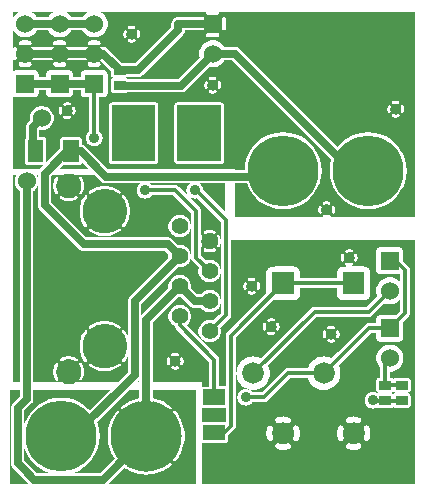
<source format=gbr>
G04 start of page 2 for group 0 idx 0 *
G04 Title: (unknown), top *
G04 Creator: pcb 1.99z *
G04 CreationDate: Mon Dec  7 23:03:01 2015 UTC *
G04 For: commonadmin *
G04 Format: Gerber/RS-274X *
G04 PCB-Dimensions (mil): 1410.00 1650.00 *
G04 PCB-Coordinate-Origin: lower left *
%MOIN*%
%FSLAX25Y25*%
%LNTOP*%
%ADD31C,0.0630*%
%ADD30C,0.1280*%
%ADD29C,0.0354*%
%ADD28C,0.1870*%
%ADD27C,0.0300*%
%ADD26C,0.0380*%
%ADD25C,0.0350*%
%ADD24C,0.0200*%
%ADD23C,0.0360*%
%ADD22R,0.1450X0.1450*%
%ADD21R,0.0295X0.0295*%
%ADD20R,0.0512X0.0512*%
%ADD19C,0.0720*%
%ADD18C,0.0827*%
%ADD17C,0.1476*%
%ADD16C,0.0551*%
%ADD15C,0.2362*%
%ADD14C,0.0600*%
%ADD13C,0.0140*%
%ADD12C,0.0250*%
%ADD11C,0.0001*%
G54D11*G36*
X57694Y25645D02*X57933Y25073D01*
X58248Y24083D01*
X58475Y23069D01*
X58612Y22038D01*
X58657Y21000D01*
X58612Y19962D01*
X58475Y18931D01*
X58248Y17917D01*
X57933Y16927D01*
X57694Y16355D01*
Y25645D01*
G37*
G36*
Y36500D02*X63500D01*
Y5000D01*
X57694D01*
Y14183D01*
X57923Y14538D01*
X58448Y15537D01*
X58883Y16578D01*
X59225Y17653D01*
X59472Y18754D01*
X59620Y19873D01*
X59670Y21000D01*
X59620Y22127D01*
X59472Y23246D01*
X59225Y24347D01*
X58883Y25422D01*
X58448Y26463D01*
X57923Y27462D01*
X57694Y27817D01*
Y36500D01*
G37*
G36*
X49096D02*X57694D01*
Y27817D01*
X57312Y28411D01*
X56620Y29302D01*
X56564Y29359D01*
X56499Y29407D01*
X56427Y29444D01*
X56350Y29469D01*
X56271Y29482D01*
X56190Y29482D01*
X56111Y29469D01*
X56034Y29445D01*
X55962Y29408D01*
X55897Y29361D01*
X55840Y29304D01*
X55793Y29239D01*
X55756Y29168D01*
X55731Y29091D01*
X55718Y29012D01*
X55718Y28931D01*
X55730Y28852D01*
X55755Y28775D01*
X55791Y28703D01*
X55839Y28639D01*
X56486Y27826D01*
X57048Y26952D01*
X57532Y26032D01*
X57694Y25645D01*
Y16355D01*
X57532Y15968D01*
X57048Y15048D01*
X56486Y14174D01*
X55848Y13354D01*
X55801Y13291D01*
X55765Y13221D01*
X55741Y13146D01*
X55729Y13068D01*
X55729Y12989D01*
X55742Y12911D01*
X55766Y12837D01*
X55802Y12767D01*
X55849Y12703D01*
X55905Y12648D01*
X55968Y12602D01*
X56039Y12566D01*
X56114Y12542D01*
X56191Y12530D01*
X56270Y12530D01*
X56348Y12542D01*
X56422Y12567D01*
X56492Y12603D01*
X56556Y12649D01*
X56610Y12706D01*
X57312Y13589D01*
X57694Y14183D01*
Y5000D01*
X34028D01*
X39513Y10485D01*
X40385Y9924D01*
X41383Y9399D01*
X42424Y8963D01*
X43499Y8621D01*
X44601Y8375D01*
X45719Y8226D01*
X46846Y8177D01*
X47974Y8226D01*
X49092Y8375D01*
X50193Y8621D01*
X51269Y8963D01*
X52310Y9399D01*
X53308Y9924D01*
X54257Y10535D01*
X55148Y11227D01*
X55206Y11283D01*
X55253Y11348D01*
X55290Y11420D01*
X55315Y11496D01*
X55328Y11576D01*
X55328Y11656D01*
X55316Y11736D01*
X55291Y11812D01*
X55255Y11884D01*
X55208Y11949D01*
X55151Y12006D01*
X55086Y12054D01*
X55014Y12091D01*
X54938Y12116D01*
X54858Y12128D01*
X54778Y12129D01*
X54698Y12116D01*
X54622Y12092D01*
X54550Y12055D01*
X54486Y12007D01*
X53672Y11361D01*
X52798Y10798D01*
X51878Y10314D01*
X50920Y9914D01*
X49929Y9598D01*
X48915Y9372D01*
X47885Y9235D01*
X46846Y9189D01*
X45808Y9235D01*
X44778Y9372D01*
X43764Y9598D01*
X42773Y9914D01*
X41815Y10314D01*
X40895Y10798D01*
X40245Y11217D01*
X48375Y19347D01*
X48442Y19404D01*
X48672Y19673D01*
X48672Y19673D01*
X48857Y19975D01*
X48993Y20303D01*
X49076Y20647D01*
X49103Y21000D01*
X49096Y21088D01*
Y32588D01*
X49929Y32402D01*
X50920Y32086D01*
X51878Y31686D01*
X52798Y31202D01*
X53672Y30639D01*
X54493Y30002D01*
X54556Y29955D01*
X54626Y29919D01*
X54701Y29895D01*
X54779Y29883D01*
X54857Y29883D01*
X54935Y29895D01*
X55010Y29920D01*
X55080Y29956D01*
X55143Y30002D01*
X55199Y30058D01*
X55245Y30122D01*
X55280Y30192D01*
X55305Y30267D01*
X55317Y30345D01*
X55317Y30424D01*
X55304Y30501D01*
X55279Y30576D01*
X55244Y30646D01*
X55197Y30710D01*
X55140Y30764D01*
X54257Y31465D01*
X53308Y32076D01*
X52310Y32601D01*
X51269Y33037D01*
X50193Y33379D01*
X49096Y33624D01*
Y36500D01*
G37*
G36*
X1500D02*X4750D01*
Y34432D01*
X2471Y32153D01*
X2404Y32096D01*
X2174Y31827D01*
X1989Y31525D01*
X1854Y31197D01*
X1771Y30853D01*
X1771Y30853D01*
X1743Y30500D01*
X1750Y30412D01*
Y12088D01*
X1743Y12000D01*
X1771Y11647D01*
Y11647D01*
X1854Y11303D01*
X1989Y10975D01*
X2059Y10861D01*
X2174Y10673D01*
X2174Y10673D01*
X2404Y10404D01*
X2471Y10347D01*
X7818Y5000D01*
X1500D01*
Y36500D01*
G37*
G36*
X9250D02*X34818D01*
X27964Y29646D01*
X27587Y30087D01*
X26053Y31396D01*
X24334Y32450D01*
X22471Y33222D01*
X20510Y33692D01*
X18500Y33851D01*
X16490Y33692D01*
X14529Y33222D01*
X12666Y32450D01*
X10947Y31396D01*
X9413Y30087D01*
X8104Y28553D01*
X7050Y26834D01*
X6278Y24971D01*
X6250Y24853D01*
Y29568D01*
X8529Y31847D01*
X8596Y31904D01*
X8826Y32173D01*
X8826Y32173D01*
X9011Y32475D01*
X9146Y32803D01*
X9229Y33147D01*
X9257Y33500D01*
X9250Y33588D01*
Y36500D01*
G37*
G36*
X30409Y25727D02*X41182Y36500D01*
X44596D01*
Y33624D01*
X43499Y33379D01*
X42424Y33037D01*
X41383Y32601D01*
X40385Y32076D01*
X39436Y31465D01*
X38545Y30773D01*
X38487Y30717D01*
X38440Y30652D01*
X38403Y30580D01*
X38378Y30504D01*
X38365Y30424D01*
X38365Y30344D01*
X38377Y30264D01*
X38402Y30188D01*
X38438Y30116D01*
X38485Y30051D01*
X38542Y29994D01*
X38607Y29946D01*
X38679Y29909D01*
X38755Y29884D01*
X38835Y29872D01*
X38915Y29871D01*
X38995Y29884D01*
X39071Y29908D01*
X39143Y29945D01*
X39207Y29993D01*
X40021Y30639D01*
X40895Y31202D01*
X41815Y31686D01*
X42773Y32086D01*
X43764Y32402D01*
X44596Y32588D01*
Y21932D01*
X37063Y14399D01*
X36645Y15048D01*
X36161Y15968D01*
X35760Y16927D01*
X35445Y17917D01*
X35218Y18931D01*
X35081Y19962D01*
X35035Y21000D01*
X35081Y22038D01*
X35218Y23069D01*
X35445Y24083D01*
X35760Y25073D01*
X36161Y26032D01*
X36645Y26952D01*
X37207Y27826D01*
X37845Y28646D01*
X37892Y28709D01*
X37927Y28779D01*
X37952Y28854D01*
X37964Y28932D01*
X37963Y29011D01*
X37951Y29089D01*
X37926Y29163D01*
X37891Y29233D01*
X37844Y29297D01*
X37788Y29352D01*
X37725Y29399D01*
X37654Y29434D01*
X37579Y29458D01*
X37502Y29470D01*
X37423Y29470D01*
X37345Y29458D01*
X37270Y29433D01*
X37200Y29397D01*
X37137Y29351D01*
X37083Y29294D01*
X36381Y28411D01*
X35770Y27462D01*
X35245Y26463D01*
X34810Y25422D01*
X34468Y24347D01*
X34221Y23246D01*
X34073Y22127D01*
X34023Y21000D01*
X34073Y19873D01*
X34221Y18754D01*
X34468Y17653D01*
X34810Y16578D01*
X35245Y15537D01*
X35770Y14538D01*
X36331Y13667D01*
X31414Y8750D01*
X22353D01*
X22471Y8778D01*
X24334Y9550D01*
X26053Y10604D01*
X27587Y11913D01*
X28896Y13447D01*
X29950Y15166D01*
X30722Y17029D01*
X31192Y18990D01*
X31311Y21000D01*
X31192Y23010D01*
X30722Y24971D01*
X30409Y25727D01*
G37*
G36*
X14647Y8750D02*X10432D01*
X6250Y12932D01*
Y17147D01*
X6278Y17029D01*
X7050Y15166D01*
X8104Y13447D01*
X9413Y11913D01*
X10947Y10604D01*
X12666Y9550D01*
X14529Y8778D01*
X14647Y8750D01*
G37*
G36*
X127330Y75005D02*X131235Y75014D01*
X131300Y75029D01*
Y72565D01*
X131192Y72692D01*
X130653Y73152D01*
X130049Y73522D01*
X129395Y73793D01*
X128706Y73958D01*
X128000Y74014D01*
X127330Y73961D01*
Y75005D01*
G37*
G36*
Y86500D02*X136500D01*
Y5000D01*
X127330D01*
Y30412D01*
X128625Y30415D01*
X128778Y30452D01*
X128923Y30512D01*
X129058Y30594D01*
X129177Y30697D01*
X129250Y30782D01*
X129323Y30697D01*
X129442Y30594D01*
X129577Y30512D01*
X129722Y30452D01*
X129875Y30415D01*
X130032Y30406D01*
X134125Y30415D01*
X134278Y30452D01*
X134423Y30512D01*
X134558Y30594D01*
X134677Y30697D01*
X134780Y30816D01*
X134862Y30951D01*
X134922Y31096D01*
X134959Y31249D01*
X134968Y31406D01*
X134959Y34515D01*
X134922Y34668D01*
X134862Y34813D01*
X134780Y34948D01*
X134677Y35067D01*
X134558Y35169D01*
X134423Y35252D01*
X134278Y35312D01*
X134125Y35349D01*
X133968Y35358D01*
X129875Y35349D01*
X129722Y35312D01*
X129577Y35252D01*
X129442Y35169D01*
X129323Y35067D01*
X129250Y34982D01*
X129177Y35067D01*
X129058Y35169D01*
X128923Y35252D01*
X128778Y35312D01*
X128625Y35349D01*
X128468Y35358D01*
X127330Y35355D01*
Y35530D01*
X128625Y35533D01*
X128778Y35570D01*
X128923Y35630D01*
X129058Y35712D01*
X129177Y35815D01*
X129250Y35900D01*
X129323Y35815D01*
X129442Y35712D01*
X129577Y35630D01*
X129722Y35570D01*
X129875Y35533D01*
X130032Y35524D01*
X134125Y35533D01*
X134278Y35570D01*
X134423Y35630D01*
X134558Y35712D01*
X134677Y35815D01*
X134780Y35934D01*
X134862Y36069D01*
X134922Y36214D01*
X134959Y36367D01*
X134968Y36524D01*
X134959Y39633D01*
X134922Y39786D01*
X134862Y39931D01*
X134780Y40066D01*
X134677Y40185D01*
X134558Y40287D01*
X134423Y40370D01*
X134278Y40430D01*
X134125Y40467D01*
X133968Y40476D01*
X129875Y40467D01*
X129722Y40430D01*
X129577Y40370D01*
X129442Y40287D01*
X129323Y40185D01*
X129250Y40100D01*
X129177Y40185D01*
X129058Y40287D01*
X128923Y40370D01*
X128778Y40430D01*
X128625Y40467D01*
X128468Y40476D01*
X128200Y40475D01*
Y42502D01*
X128706Y42542D01*
X129395Y42707D01*
X130049Y42978D01*
X130653Y43348D01*
X131192Y43808D01*
X131652Y44347D01*
X132022Y44951D01*
X132293Y45605D01*
X132458Y46294D01*
X132500Y47000D01*
X132458Y47706D01*
X132293Y48395D01*
X132022Y49049D01*
X131652Y49653D01*
X131192Y50192D01*
X130653Y50652D01*
X130049Y51022D01*
X129395Y51293D01*
X128706Y51458D01*
X128000Y51514D01*
X127330Y51461D01*
Y52505D01*
X131235Y52514D01*
X131465Y52569D01*
X131683Y52659D01*
X131884Y52783D01*
X132064Y52936D01*
X132217Y53116D01*
X132341Y53317D01*
X132431Y53535D01*
X132486Y53765D01*
X132500Y54000D01*
X132489Y59085D01*
X134155Y60751D01*
X134206Y60794D01*
X134379Y60997D01*
X134380Y60998D01*
X134519Y61226D01*
X134622Y61473D01*
X134684Y61733D01*
X134705Y62000D01*
X134700Y62067D01*
Y76433D01*
X134705Y76500D01*
X134684Y76767D01*
X134622Y77027D01*
X134519Y77274D01*
X134380Y77502D01*
X134206Y77706D01*
X134155Y77749D01*
X132494Y79411D01*
X132486Y82735D01*
X132431Y82965D01*
X132341Y83183D01*
X132217Y83384D01*
X132064Y83564D01*
X131884Y83717D01*
X131683Y83841D01*
X131465Y83931D01*
X131235Y83986D01*
X131000Y84000D01*
X127330Y83992D01*
Y86500D01*
G37*
G36*
X58730Y54866D02*X67800Y45796D01*
Y37552D01*
X65603Y37550D01*
X65500Y37525D01*
Y39000D01*
X58730D01*
Y44714D01*
X58798Y44728D01*
X58871Y44755D01*
X58940Y44794D01*
X59002Y44843D01*
X59055Y44901D01*
X59098Y44966D01*
X59130Y45038D01*
X59206Y45271D01*
X59260Y45511D01*
X59292Y45755D01*
X59303Y46000D01*
X59292Y46245D01*
X59260Y46489D01*
X59206Y46729D01*
X59132Y46963D01*
X59100Y47035D01*
X59056Y47100D01*
X59003Y47159D01*
X58941Y47208D01*
X58872Y47246D01*
X58798Y47274D01*
X58730Y47288D01*
Y54866D01*
G37*
G36*
X56501Y57193D02*X56620Y56998D01*
X56794Y56794D01*
X56845Y56751D01*
X58730Y54866D01*
Y47288D01*
X58721Y47290D01*
X58642Y47293D01*
X58563Y47284D01*
X58487Y47263D01*
X58415Y47230D01*
X58350Y47186D01*
X58291Y47133D01*
X58242Y47071D01*
X58204Y47002D01*
X58176Y46928D01*
X58160Y46851D01*
X58157Y46772D01*
X58166Y46693D01*
X58189Y46618D01*
X58238Y46468D01*
X58272Y46314D01*
X58293Y46158D01*
X58300Y46000D01*
X58293Y45842D01*
X58272Y45686D01*
X58238Y45532D01*
X58190Y45382D01*
X58168Y45306D01*
X58159Y45228D01*
X58162Y45150D01*
X58178Y45073D01*
X58205Y44999D01*
X58244Y44930D01*
X58293Y44869D01*
X58351Y44815D01*
X58416Y44772D01*
X58488Y44739D01*
X58564Y44718D01*
X58642Y44709D01*
X58720Y44712D01*
X58730Y44714D01*
Y39000D01*
X56501D01*
Y43197D01*
X56745Y43208D01*
X56989Y43240D01*
X57229Y43294D01*
X57463Y43368D01*
X57535Y43400D01*
X57600Y43444D01*
X57659Y43497D01*
X57708Y43559D01*
X57746Y43628D01*
X57774Y43702D01*
X57790Y43779D01*
X57793Y43858D01*
X57784Y43937D01*
X57763Y44013D01*
X57730Y44085D01*
X57686Y44150D01*
X57633Y44209D01*
X57571Y44258D01*
X57502Y44296D01*
X57428Y44324D01*
X57351Y44340D01*
X57272Y44343D01*
X57193Y44334D01*
X57118Y44311D01*
X56968Y44262D01*
X56814Y44228D01*
X56658Y44207D01*
X56501Y44200D01*
Y47800D01*
X56658Y47793D01*
X56814Y47772D01*
X56968Y47738D01*
X57118Y47690D01*
X57194Y47668D01*
X57272Y47659D01*
X57350Y47662D01*
X57427Y47678D01*
X57501Y47705D01*
X57570Y47744D01*
X57631Y47793D01*
X57685Y47851D01*
X57728Y47916D01*
X57761Y47988D01*
X57782Y48064D01*
X57791Y48142D01*
X57788Y48220D01*
X57772Y48298D01*
X57745Y48371D01*
X57706Y48440D01*
X57657Y48502D01*
X57599Y48555D01*
X57534Y48598D01*
X57462Y48630D01*
X57229Y48706D01*
X56989Y48760D01*
X56745Y48792D01*
X56501Y48803D01*
Y57193D01*
G37*
G36*
X120440Y31100D02*X120514Y31014D01*
X120849Y30728D01*
X121225Y30497D01*
X121632Y30329D01*
X122061Y30226D01*
X122500Y30191D01*
X122939Y30226D01*
X123368Y30329D01*
X123775Y30497D01*
X123939Y30598D01*
X123942Y30594D01*
X124077Y30512D01*
X124222Y30452D01*
X124375Y30415D01*
X124532Y30406D01*
X127330Y30412D01*
Y5000D01*
X120440D01*
Y19427D01*
X120562Y19451D01*
X120708Y19505D01*
X120843Y19580D01*
X120965Y19676D01*
X121071Y19789D01*
X121157Y19918D01*
X121219Y20059D01*
X121377Y20529D01*
X121486Y21013D01*
X121552Y21505D01*
X121574Y22000D01*
X121552Y22495D01*
X121486Y22987D01*
X121377Y23471D01*
X121225Y23943D01*
X121160Y24084D01*
X121073Y24213D01*
X120968Y24327D01*
X120845Y24423D01*
X120709Y24499D01*
X120563Y24552D01*
X120440Y24576D01*
Y31100D01*
G37*
G36*
Y54036D02*X121704Y55300D01*
X123510D01*
X123514Y53765D01*
X123569Y53535D01*
X123659Y53317D01*
X123783Y53116D01*
X123936Y52936D01*
X124116Y52783D01*
X124317Y52659D01*
X124535Y52569D01*
X124765Y52514D01*
X125000Y52500D01*
X127330Y52505D01*
Y51461D01*
X127294Y51458D01*
X126605Y51293D01*
X125951Y51022D01*
X125347Y50652D01*
X124808Y50192D01*
X124348Y49653D01*
X123978Y49049D01*
X123707Y48395D01*
X123542Y47706D01*
X123486Y47000D01*
X123542Y46294D01*
X123707Y45605D01*
X123978Y44951D01*
X124348Y44347D01*
X124800Y43818D01*
Y40468D01*
X124375Y40467D01*
X124222Y40430D01*
X124077Y40370D01*
X123942Y40287D01*
X123823Y40185D01*
X123720Y40066D01*
X123638Y39931D01*
X123578Y39786D01*
X123541Y39633D01*
X123532Y39476D01*
X123541Y36367D01*
X123578Y36214D01*
X123638Y36069D01*
X123720Y35934D01*
X123823Y35815D01*
X123942Y35712D01*
X124077Y35630D01*
X124222Y35570D01*
X124375Y35533D01*
X124532Y35524D01*
X127330Y35530D01*
Y35355D01*
X124375Y35349D01*
X124222Y35312D01*
X124141Y35278D01*
X123775Y35503D01*
X123368Y35671D01*
X122939Y35774D01*
X122500Y35809D01*
X122061Y35774D01*
X121632Y35671D01*
X121225Y35503D01*
X120849Y35272D01*
X120514Y34986D01*
X120440Y34900D01*
Y54036D01*
G37*
G36*
X116002Y49598D02*X120440Y54036D01*
Y34900D01*
X120228Y34651D01*
X119997Y34275D01*
X119829Y33868D01*
X119726Y33439D01*
X119691Y33000D01*
X119726Y32561D01*
X119829Y32132D01*
X119997Y31725D01*
X120228Y31349D01*
X120440Y31100D01*
Y24576D01*
X120411Y24582D01*
X120255Y24588D01*
X120101Y24569D01*
X119951Y24526D01*
X119810Y24461D01*
X119681Y24374D01*
X119567Y24268D01*
X119472Y24146D01*
X119396Y24010D01*
X119342Y23864D01*
X119313Y23712D01*
X119307Y23556D01*
X119325Y23402D01*
X119371Y23253D01*
X119472Y22950D01*
X119543Y22637D01*
X119586Y22320D01*
X119600Y22000D01*
X119586Y21680D01*
X119543Y21363D01*
X119472Y21050D01*
X119374Y20745D01*
X119329Y20597D01*
X119310Y20444D01*
X119316Y20289D01*
X119346Y20137D01*
X119399Y19991D01*
X119475Y19856D01*
X119570Y19734D01*
X119684Y19629D01*
X119812Y19542D01*
X119953Y19477D01*
X120102Y19434D01*
X120256Y19416D01*
X120410Y19422D01*
X120440Y19427D01*
Y5000D01*
X116002D01*
Y16426D01*
X116495Y16448D01*
X116987Y16514D01*
X117471Y16623D01*
X117943Y16775D01*
X118084Y16840D01*
X118213Y16927D01*
X118327Y17032D01*
X118423Y17155D01*
X118499Y17291D01*
X118552Y17437D01*
X118582Y17589D01*
X118588Y17745D01*
X118569Y17899D01*
X118526Y18049D01*
X118461Y18190D01*
X118374Y18319D01*
X118268Y18433D01*
X118146Y18528D01*
X118010Y18604D01*
X117864Y18658D01*
X117712Y18687D01*
X117556Y18693D01*
X117402Y18675D01*
X117253Y18629D01*
X116950Y18528D01*
X116637Y18457D01*
X116320Y18414D01*
X116002Y18400D01*
Y25600D01*
X116320Y25586D01*
X116637Y25543D01*
X116950Y25472D01*
X117255Y25374D01*
X117403Y25329D01*
X117556Y25310D01*
X117711Y25316D01*
X117863Y25346D01*
X118009Y25399D01*
X118144Y25475D01*
X118266Y25570D01*
X118371Y25684D01*
X118458Y25812D01*
X118523Y25953D01*
X118566Y26102D01*
X118584Y26256D01*
X118578Y26410D01*
X118549Y26562D01*
X118495Y26708D01*
X118420Y26843D01*
X118324Y26965D01*
X118211Y27071D01*
X118082Y27157D01*
X117941Y27219D01*
X117471Y27377D01*
X116987Y27486D01*
X116495Y27552D01*
X116002Y27574D01*
Y49598D01*
G37*
G36*
X111560Y41849D02*X111568Y42000D01*
X111560Y42151D01*
Y45155D01*
X116002Y49598D01*
Y27574D01*
X116000Y27574D01*
X115505Y27552D01*
X115013Y27486D01*
X114529Y27377D01*
X114057Y27225D01*
X113916Y27160D01*
X113787Y27073D01*
X113673Y26968D01*
X113577Y26845D01*
X113501Y26709D01*
X113448Y26563D01*
X113418Y26411D01*
X113412Y26255D01*
X113431Y26101D01*
X113474Y25951D01*
X113539Y25810D01*
X113626Y25681D01*
X113732Y25567D01*
X113854Y25472D01*
X113990Y25396D01*
X114136Y25342D01*
X114288Y25313D01*
X114444Y25307D01*
X114598Y25325D01*
X114747Y25371D01*
X115050Y25472D01*
X115363Y25543D01*
X115680Y25586D01*
X116000Y25600D01*
X116002Y25600D01*
Y18400D01*
X116000Y18400D01*
X115680Y18414D01*
X115363Y18457D01*
X115050Y18528D01*
X114745Y18626D01*
X114597Y18671D01*
X114444Y18690D01*
X114289Y18684D01*
X114137Y18654D01*
X113991Y18601D01*
X113856Y18525D01*
X113734Y18430D01*
X113629Y18316D01*
X113542Y18188D01*
X113477Y18047D01*
X113434Y17898D01*
X113416Y17744D01*
X113422Y17590D01*
X113451Y17438D01*
X113505Y17292D01*
X113580Y17157D01*
X113676Y17035D01*
X113789Y16929D01*
X113918Y16843D01*
X114059Y16781D01*
X114529Y16623D01*
X115013Y16514D01*
X115505Y16448D01*
X116000Y16426D01*
X116002Y16426D01*
Y5000D01*
X111560D01*
Y19424D01*
X111589Y19418D01*
X111745Y19412D01*
X111899Y19431D01*
X112049Y19474D01*
X112190Y19539D01*
X112319Y19626D01*
X112433Y19732D01*
X112528Y19854D01*
X112604Y19990D01*
X112658Y20136D01*
X112687Y20288D01*
X112693Y20444D01*
X112675Y20598D01*
X112629Y20747D01*
X112528Y21050D01*
X112457Y21363D01*
X112414Y21680D01*
X112400Y22000D01*
X112414Y22320D01*
X112457Y22637D01*
X112528Y22950D01*
X112626Y23255D01*
X112671Y23403D01*
X112690Y23556D01*
X112684Y23711D01*
X112654Y23863D01*
X112601Y24009D01*
X112525Y24144D01*
X112430Y24266D01*
X112316Y24371D01*
X112188Y24458D01*
X112047Y24523D01*
X111898Y24566D01*
X111744Y24584D01*
X111590Y24578D01*
X111560Y24573D01*
Y41849D01*
G37*
G36*
Y42151D02*X111517Y42874D01*
X111312Y43726D01*
X110977Y44536D01*
X110963Y44559D01*
X111560Y45155D01*
Y42151D01*
G37*
G36*
X96940Y40300D02*X100681D01*
X100688Y40274D01*
X101023Y39464D01*
X101481Y38717D01*
X102050Y38050D01*
X102717Y37481D01*
X103464Y37023D01*
X104274Y36688D01*
X105126Y36483D01*
X106000Y36414D01*
X106874Y36483D01*
X107726Y36688D01*
X108536Y37023D01*
X109283Y37481D01*
X109950Y38050D01*
X110519Y38717D01*
X110977Y39464D01*
X111312Y40274D01*
X111517Y41126D01*
X111560Y41849D01*
Y24573D01*
X111438Y24549D01*
X111292Y24495D01*
X111157Y24420D01*
X111035Y24324D01*
X110929Y24211D01*
X110843Y24082D01*
X110781Y23941D01*
X110623Y23471D01*
X110514Y22987D01*
X110448Y22495D01*
X110426Y22000D01*
X110448Y21505D01*
X110514Y21013D01*
X110623Y20529D01*
X110775Y20057D01*
X110840Y19916D01*
X110927Y19787D01*
X111032Y19673D01*
X111155Y19577D01*
X111291Y19501D01*
X111437Y19448D01*
X111560Y19424D01*
Y5000D01*
X96940D01*
Y19427D01*
X97062Y19451D01*
X97208Y19505D01*
X97343Y19580D01*
X97465Y19676D01*
X97571Y19789D01*
X97657Y19918D01*
X97719Y20059D01*
X97877Y20529D01*
X97986Y21013D01*
X98052Y21505D01*
X98074Y22000D01*
X98052Y22495D01*
X97986Y22987D01*
X97877Y23471D01*
X97725Y23943D01*
X97660Y24084D01*
X97573Y24213D01*
X97468Y24327D01*
X97345Y24423D01*
X97209Y24499D01*
X97063Y24552D01*
X96940Y24576D01*
Y40300D01*
G37*
G36*
X92502Y38098D02*X94704Y40300D01*
X96940D01*
Y24576D01*
X96911Y24582D01*
X96755Y24588D01*
X96601Y24569D01*
X96451Y24526D01*
X96310Y24461D01*
X96181Y24374D01*
X96067Y24268D01*
X95972Y24146D01*
X95896Y24010D01*
X95842Y23864D01*
X95813Y23712D01*
X95807Y23556D01*
X95825Y23402D01*
X95871Y23253D01*
X95972Y22950D01*
X96043Y22637D01*
X96086Y22320D01*
X96100Y22000D01*
X96086Y21680D01*
X96043Y21363D01*
X95972Y21050D01*
X95874Y20745D01*
X95829Y20597D01*
X95810Y20444D01*
X95816Y20289D01*
X95846Y20137D01*
X95899Y19991D01*
X95975Y19856D01*
X96070Y19734D01*
X96184Y19629D01*
X96312Y19542D01*
X96453Y19477D01*
X96602Y19434D01*
X96756Y19416D01*
X96910Y19422D01*
X96940Y19427D01*
Y5000D01*
X92502D01*
Y16426D01*
X92995Y16448D01*
X93487Y16514D01*
X93971Y16623D01*
X94443Y16775D01*
X94584Y16840D01*
X94713Y16927D01*
X94827Y17032D01*
X94923Y17155D01*
X94999Y17291D01*
X95052Y17437D01*
X95082Y17589D01*
X95088Y17745D01*
X95069Y17899D01*
X95026Y18049D01*
X94961Y18190D01*
X94874Y18319D01*
X94768Y18433D01*
X94646Y18528D01*
X94510Y18604D01*
X94364Y18658D01*
X94212Y18687D01*
X94056Y18693D01*
X93902Y18675D01*
X93753Y18629D01*
X93450Y18528D01*
X93137Y18457D01*
X92820Y18414D01*
X92502Y18400D01*
Y25600D01*
X92820Y25586D01*
X93137Y25543D01*
X93450Y25472D01*
X93755Y25374D01*
X93903Y25329D01*
X94056Y25310D01*
X94211Y25316D01*
X94363Y25346D01*
X94509Y25399D01*
X94644Y25475D01*
X94766Y25570D01*
X94871Y25684D01*
X94958Y25812D01*
X95023Y25953D01*
X95066Y26102D01*
X95084Y26256D01*
X95078Y26410D01*
X95049Y26562D01*
X94995Y26708D01*
X94920Y26843D01*
X94824Y26965D01*
X94711Y27071D01*
X94582Y27157D01*
X94441Y27219D01*
X93971Y27377D01*
X93487Y27486D01*
X92995Y27552D01*
X92502Y27574D01*
Y38098D01*
G37*
G36*
X88501Y34097D02*X92502Y38098D01*
Y27574D01*
X92500Y27574D01*
X92005Y27552D01*
X91513Y27486D01*
X91029Y27377D01*
X90557Y27225D01*
X90416Y27160D01*
X90287Y27073D01*
X90173Y26968D01*
X90077Y26845D01*
X90001Y26709D01*
X89948Y26563D01*
X89918Y26411D01*
X89912Y26255D01*
X89931Y26101D01*
X89974Y25951D01*
X90039Y25810D01*
X90126Y25681D01*
X90232Y25567D01*
X90354Y25472D01*
X90490Y25396D01*
X90636Y25342D01*
X90788Y25313D01*
X90944Y25307D01*
X91098Y25325D01*
X91247Y25371D01*
X91550Y25472D01*
X91863Y25543D01*
X92180Y25586D01*
X92500Y25600D01*
X92502Y25600D01*
Y18400D01*
X92500Y18400D01*
X92180Y18414D01*
X91863Y18457D01*
X91550Y18528D01*
X91245Y18626D01*
X91097Y18671D01*
X90944Y18690D01*
X90789Y18684D01*
X90637Y18654D01*
X90491Y18601D01*
X90356Y18525D01*
X90234Y18430D01*
X90129Y18316D01*
X90042Y18188D01*
X89977Y18047D01*
X89934Y17898D01*
X89916Y17744D01*
X89922Y17590D01*
X89951Y17438D01*
X90005Y17292D01*
X90080Y17157D01*
X90176Y17035D01*
X90289Y16929D01*
X90418Y16843D01*
X90559Y16781D01*
X91029Y16623D01*
X91513Y16514D01*
X92005Y16448D01*
X92500Y16426D01*
X92502Y16426D01*
Y5000D01*
X88501D01*
Y19460D01*
X88549Y19474D01*
X88690Y19539D01*
X88819Y19626D01*
X88933Y19732D01*
X89028Y19854D01*
X89104Y19990D01*
X89158Y20136D01*
X89187Y20288D01*
X89193Y20444D01*
X89175Y20598D01*
X89129Y20747D01*
X89028Y21050D01*
X88957Y21363D01*
X88914Y21680D01*
X88900Y22000D01*
X88914Y22320D01*
X88957Y22637D01*
X89028Y22950D01*
X89126Y23255D01*
X89171Y23403D01*
X89190Y23556D01*
X89184Y23711D01*
X89154Y23863D01*
X89101Y24009D01*
X89025Y24144D01*
X88930Y24266D01*
X88816Y24371D01*
X88688Y24458D01*
X88547Y24523D01*
X88501Y24536D01*
Y34097D01*
G37*
G36*
X116730Y86500D02*X127330D01*
Y83992D01*
X124765Y83986D01*
X124535Y83931D01*
X124317Y83841D01*
X124116Y83717D01*
X123936Y83564D01*
X123783Y83384D01*
X123659Y83183D01*
X123569Y82965D01*
X123514Y82735D01*
X123500Y82500D01*
X123514Y76265D01*
X123569Y76035D01*
X123659Y75817D01*
X123783Y75616D01*
X123936Y75436D01*
X124116Y75283D01*
X124317Y75159D01*
X124535Y75069D01*
X124765Y75014D01*
X125000Y75000D01*
X127330Y75005D01*
Y73961D01*
X127294Y73958D01*
X126605Y73793D01*
X125951Y73522D01*
X125347Y73152D01*
X124808Y72692D01*
X124348Y72153D01*
X123978Y71549D01*
X123707Y70895D01*
X123542Y70206D01*
X123486Y69500D01*
X123542Y68794D01*
X123707Y68105D01*
X123852Y67756D01*
X120296Y64200D01*
X116730D01*
Y66442D01*
X119909Y66450D01*
X120210Y66522D01*
X120496Y66641D01*
X120761Y66803D01*
X120996Y67004D01*
X121197Y67239D01*
X121359Y67504D01*
X121478Y67790D01*
X121550Y68091D01*
X121568Y68400D01*
X121550Y75909D01*
X121478Y76210D01*
X121359Y76496D01*
X121197Y76761D01*
X120996Y76996D01*
X120761Y77197D01*
X120496Y77359D01*
X120210Y77478D01*
X119909Y77550D01*
X119600Y77568D01*
X116730Y77562D01*
Y79214D01*
X116798Y79228D01*
X116871Y79255D01*
X116940Y79294D01*
X117002Y79343D01*
X117055Y79401D01*
X117098Y79466D01*
X117130Y79538D01*
X117206Y79771D01*
X117260Y80011D01*
X117292Y80255D01*
X117303Y80500D01*
X117292Y80745D01*
X117260Y80989D01*
X117206Y81229D01*
X117132Y81463D01*
X117100Y81535D01*
X117056Y81600D01*
X117003Y81659D01*
X116941Y81708D01*
X116872Y81746D01*
X116798Y81774D01*
X116730Y81788D01*
Y86500D01*
G37*
G36*
Y64200D02*X114501D01*
Y66437D01*
X116730Y66442D01*
Y64200D01*
G37*
G36*
X114501Y86500D02*X116730D01*
Y81788D01*
X116721Y81790D01*
X116642Y81793D01*
X116563Y81784D01*
X116487Y81763D01*
X116415Y81730D01*
X116350Y81686D01*
X116291Y81633D01*
X116242Y81571D01*
X116204Y81502D01*
X116176Y81428D01*
X116160Y81351D01*
X116157Y81272D01*
X116166Y81193D01*
X116189Y81118D01*
X116238Y80968D01*
X116272Y80814D01*
X116293Y80658D01*
X116300Y80500D01*
X116293Y80342D01*
X116272Y80186D01*
X116238Y80032D01*
X116190Y79882D01*
X116168Y79806D01*
X116159Y79728D01*
X116162Y79650D01*
X116178Y79573D01*
X116205Y79499D01*
X116244Y79430D01*
X116293Y79369D01*
X116351Y79315D01*
X116416Y79272D01*
X116488Y79239D01*
X116564Y79218D01*
X116642Y79209D01*
X116720Y79212D01*
X116730Y79214D01*
Y77562D01*
X114501Y77556D01*
Y77697D01*
X114745Y77708D01*
X114989Y77740D01*
X115229Y77794D01*
X115463Y77868D01*
X115535Y77900D01*
X115600Y77944D01*
X115659Y77997D01*
X115708Y78059D01*
X115746Y78128D01*
X115774Y78202D01*
X115790Y78279D01*
X115793Y78358D01*
X115784Y78437D01*
X115763Y78513D01*
X115730Y78585D01*
X115686Y78650D01*
X115633Y78709D01*
X115571Y78758D01*
X115502Y78796D01*
X115428Y78824D01*
X115351Y78840D01*
X115272Y78843D01*
X115193Y78834D01*
X115118Y78811D01*
X114968Y78762D01*
X114814Y78728D01*
X114658Y78707D01*
X114501Y78700D01*
Y82300D01*
X114658Y82293D01*
X114814Y82272D01*
X114968Y82238D01*
X115118Y82190D01*
X115194Y82168D01*
X115272Y82159D01*
X115350Y82162D01*
X115427Y82178D01*
X115501Y82205D01*
X115570Y82244D01*
X115631Y82293D01*
X115685Y82351D01*
X115728Y82416D01*
X115761Y82488D01*
X115782Y82564D01*
X115791Y82642D01*
X115788Y82720D01*
X115772Y82798D01*
X115745Y82871D01*
X115706Y82940D01*
X115657Y83002D01*
X115599Y83055D01*
X115534Y83098D01*
X115462Y83130D01*
X115229Y83206D01*
X114989Y83260D01*
X114745Y83292D01*
X114501Y83303D01*
Y86500D01*
G37*
G36*
Y64200D02*X103067D01*
X103000Y64205D01*
X102733Y64184D01*
X102473Y64122D01*
X102226Y64019D01*
X101998Y63880D01*
X101997Y63879D01*
X101794Y63706D01*
X101751Y63655D01*
X90730Y52634D01*
Y56214D01*
X90798Y56228D01*
X90871Y56255D01*
X90940Y56294D01*
X91002Y56343D01*
X91055Y56401D01*
X91098Y56466D01*
X91130Y56538D01*
X91206Y56771D01*
X91260Y57011D01*
X91292Y57255D01*
X91303Y57500D01*
X91292Y57745D01*
X91260Y57989D01*
X91206Y58229D01*
X91132Y58463D01*
X91100Y58535D01*
X91056Y58600D01*
X91003Y58659D01*
X90941Y58708D01*
X90872Y58746D01*
X90798Y58774D01*
X90730Y58788D01*
Y66436D01*
X96409Y66450D01*
X96710Y66522D01*
X96996Y66641D01*
X97261Y66803D01*
X97496Y67004D01*
X97697Y67239D01*
X97859Y67504D01*
X97978Y67790D01*
X98050Y68091D01*
X98068Y68400D01*
X98064Y70300D01*
X110444D01*
X110450Y68091D01*
X110522Y67790D01*
X110641Y67504D01*
X110803Y67239D01*
X111004Y67004D01*
X111239Y66803D01*
X111504Y66641D01*
X111790Y66522D01*
X112091Y66450D01*
X112400Y66432D01*
X114501Y66437D01*
Y64200D01*
G37*
G36*
X112270Y86500D02*X114501D01*
Y83303D01*
X114500Y83303D01*
X114255Y83292D01*
X114011Y83260D01*
X113771Y83206D01*
X113537Y83132D01*
X113465Y83100D01*
X113400Y83056D01*
X113341Y83003D01*
X113292Y82941D01*
X113254Y82872D01*
X113226Y82798D01*
X113210Y82721D01*
X113207Y82642D01*
X113216Y82563D01*
X113237Y82487D01*
X113270Y82415D01*
X113314Y82350D01*
X113367Y82291D01*
X113429Y82242D01*
X113498Y82204D01*
X113572Y82176D01*
X113649Y82160D01*
X113728Y82157D01*
X113807Y82166D01*
X113882Y82189D01*
X114032Y82238D01*
X114186Y82272D01*
X114342Y82293D01*
X114500Y82300D01*
X114501Y82300D01*
Y78700D01*
X114500Y78700D01*
X114342Y78707D01*
X114186Y78728D01*
X114032Y78762D01*
X113882Y78810D01*
X113806Y78832D01*
X113728Y78841D01*
X113650Y78838D01*
X113573Y78822D01*
X113499Y78795D01*
X113430Y78756D01*
X113369Y78707D01*
X113315Y78649D01*
X113272Y78584D01*
X113239Y78512D01*
X113218Y78436D01*
X113209Y78358D01*
X113212Y78280D01*
X113228Y78202D01*
X113255Y78129D01*
X113294Y78060D01*
X113343Y77998D01*
X113401Y77945D01*
X113466Y77902D01*
X113538Y77870D01*
X113771Y77794D01*
X114011Y77740D01*
X114255Y77708D01*
X114500Y77697D01*
X114501Y77697D01*
Y77556D01*
X112270Y77551D01*
Y79212D01*
X112279Y79210D01*
X112358Y79207D01*
X112437Y79216D01*
X112513Y79237D01*
X112585Y79270D01*
X112650Y79314D01*
X112709Y79367D01*
X112758Y79429D01*
X112796Y79498D01*
X112824Y79572D01*
X112840Y79649D01*
X112843Y79728D01*
X112834Y79807D01*
X112811Y79882D01*
X112762Y80032D01*
X112728Y80186D01*
X112707Y80342D01*
X112700Y80500D01*
X112707Y80658D01*
X112728Y80814D01*
X112762Y80968D01*
X112810Y81118D01*
X112832Y81194D01*
X112841Y81272D01*
X112838Y81350D01*
X112822Y81427D01*
X112795Y81501D01*
X112756Y81570D01*
X112707Y81631D01*
X112649Y81685D01*
X112584Y81728D01*
X112512Y81761D01*
X112436Y81782D01*
X112358Y81791D01*
X112280Y81788D01*
X112270Y81786D01*
Y86500D01*
G37*
G36*
X90730D02*X112270D01*
Y81786D01*
X112202Y81772D01*
X112129Y81745D01*
X112060Y81706D01*
X111998Y81657D01*
X111945Y81599D01*
X111902Y81534D01*
X111870Y81462D01*
X111794Y81229D01*
X111740Y80989D01*
X111708Y80745D01*
X111697Y80500D01*
X111708Y80255D01*
X111740Y80011D01*
X111794Y79771D01*
X111868Y79537D01*
X111900Y79465D01*
X111944Y79400D01*
X111997Y79341D01*
X112059Y79292D01*
X112128Y79254D01*
X112202Y79226D01*
X112270Y79212D01*
Y77551D01*
X112091Y77550D01*
X111790Y77478D01*
X111504Y77359D01*
X111239Y77197D01*
X111004Y76996D01*
X110803Y76761D01*
X110641Y76496D01*
X110522Y76210D01*
X110450Y75909D01*
X110432Y75600D01*
X110436Y73700D01*
X98056D01*
X98050Y75909D01*
X97978Y76210D01*
X97859Y76496D01*
X97697Y76761D01*
X97496Y76996D01*
X97261Y77197D01*
X96996Y77359D01*
X96710Y77478D01*
X96409Y77550D01*
X96100Y77568D01*
X90730Y77555D01*
Y86500D01*
G37*
G36*
Y52634D02*X88501Y50405D01*
Y54697D01*
X88745Y54708D01*
X88989Y54740D01*
X89229Y54794D01*
X89463Y54868D01*
X89535Y54900D01*
X89600Y54944D01*
X89659Y54997D01*
X89708Y55059D01*
X89746Y55128D01*
X89774Y55202D01*
X89790Y55279D01*
X89793Y55358D01*
X89784Y55437D01*
X89763Y55513D01*
X89730Y55585D01*
X89686Y55650D01*
X89633Y55709D01*
X89571Y55758D01*
X89502Y55796D01*
X89428Y55824D01*
X89351Y55840D01*
X89272Y55843D01*
X89193Y55834D01*
X89118Y55811D01*
X88968Y55762D01*
X88814Y55728D01*
X88658Y55707D01*
X88501Y55700D01*
Y59300D01*
X88658Y59293D01*
X88814Y59272D01*
X88968Y59238D01*
X89118Y59190D01*
X89194Y59168D01*
X89272Y59159D01*
X89350Y59162D01*
X89427Y59178D01*
X89501Y59205D01*
X89570Y59244D01*
X89631Y59293D01*
X89685Y59351D01*
X89728Y59416D01*
X89761Y59488D01*
X89782Y59564D01*
X89791Y59642D01*
X89788Y59720D01*
X89772Y59798D01*
X89745Y59871D01*
X89706Y59940D01*
X89657Y60002D01*
X89599Y60055D01*
X89534Y60098D01*
X89462Y60130D01*
X89229Y60206D01*
X88989Y60260D01*
X88745Y60292D01*
X88501Y60303D01*
Y65597D01*
X89337Y66433D01*
X90730Y66436D01*
Y58788D01*
X90721Y58790D01*
X90642Y58793D01*
X90563Y58784D01*
X90487Y58763D01*
X90415Y58730D01*
X90350Y58686D01*
X90291Y58633D01*
X90242Y58571D01*
X90204Y58502D01*
X90176Y58428D01*
X90160Y58351D01*
X90157Y58272D01*
X90166Y58193D01*
X90189Y58118D01*
X90238Y57968D01*
X90272Y57814D01*
X90293Y57658D01*
X90300Y57500D01*
X90293Y57342D01*
X90272Y57186D01*
X90238Y57032D01*
X90190Y56882D01*
X90168Y56806D01*
X90159Y56728D01*
X90162Y56650D01*
X90178Y56573D01*
X90205Y56499D01*
X90244Y56430D01*
X90293Y56369D01*
X90351Y56315D01*
X90416Y56272D01*
X90488Y56239D01*
X90564Y56218D01*
X90642Y56209D01*
X90720Y56212D01*
X90730Y56214D01*
Y52634D01*
G37*
G36*
X88501Y86500D02*X90730D01*
Y77555D01*
X88591Y77550D01*
X88501Y77529D01*
Y86500D01*
G37*
G36*
X86270Y32317D02*X86527Y32378D01*
X86774Y32481D01*
X87002Y32620D01*
X87206Y32794D01*
X87249Y32845D01*
X88501Y34097D01*
Y24536D01*
X88398Y24566D01*
X88244Y24584D01*
X88090Y24578D01*
X87938Y24549D01*
X87792Y24495D01*
X87657Y24420D01*
X87535Y24324D01*
X87429Y24211D01*
X87343Y24082D01*
X87281Y23941D01*
X87123Y23471D01*
X87014Y22987D01*
X86948Y22495D01*
X86926Y22000D01*
X86948Y21505D01*
X87014Y21013D01*
X87123Y20529D01*
X87275Y20057D01*
X87340Y19916D01*
X87427Y19787D01*
X87532Y19673D01*
X87655Y19577D01*
X87791Y19501D01*
X87937Y19448D01*
X88089Y19418D01*
X88245Y19412D01*
X88399Y19431D01*
X88501Y19460D01*
Y5000D01*
X86270D01*
Y32317D01*
G37*
G36*
X88501Y50405D02*X86270Y48174D01*
Y56212D01*
X86279Y56210D01*
X86358Y56207D01*
X86437Y56216D01*
X86513Y56237D01*
X86585Y56270D01*
X86650Y56314D01*
X86709Y56367D01*
X86758Y56429D01*
X86796Y56498D01*
X86824Y56572D01*
X86840Y56649D01*
X86843Y56728D01*
X86834Y56807D01*
X86811Y56882D01*
X86762Y57032D01*
X86728Y57186D01*
X86707Y57342D01*
X86700Y57500D01*
X86707Y57658D01*
X86728Y57814D01*
X86762Y57968D01*
X86810Y58118D01*
X86832Y58194D01*
X86841Y58272D01*
X86838Y58350D01*
X86822Y58427D01*
X86795Y58501D01*
X86756Y58570D01*
X86707Y58631D01*
X86649Y58685D01*
X86584Y58728D01*
X86512Y58761D01*
X86436Y58782D01*
X86358Y58791D01*
X86280Y58788D01*
X86270Y58786D01*
Y63366D01*
X88501Y65597D01*
Y60303D01*
X88500Y60303D01*
X88255Y60292D01*
X88011Y60260D01*
X87771Y60206D01*
X87537Y60132D01*
X87465Y60100D01*
X87400Y60056D01*
X87341Y60003D01*
X87292Y59941D01*
X87254Y59872D01*
X87226Y59798D01*
X87210Y59721D01*
X87207Y59642D01*
X87216Y59563D01*
X87237Y59487D01*
X87270Y59415D01*
X87314Y59350D01*
X87367Y59291D01*
X87429Y59242D01*
X87498Y59204D01*
X87572Y59176D01*
X87649Y59160D01*
X87728Y59157D01*
X87807Y59166D01*
X87882Y59189D01*
X88032Y59238D01*
X88186Y59272D01*
X88342Y59293D01*
X88500Y59300D01*
X88501Y59300D01*
Y55700D01*
X88500Y55700D01*
X88342Y55707D01*
X88186Y55728D01*
X88032Y55762D01*
X87882Y55810D01*
X87806Y55832D01*
X87728Y55841D01*
X87650Y55838D01*
X87573Y55822D01*
X87499Y55795D01*
X87430Y55756D01*
X87369Y55707D01*
X87315Y55649D01*
X87272Y55584D01*
X87239Y55512D01*
X87218Y55436D01*
X87209Y55358D01*
X87212Y55280D01*
X87228Y55202D01*
X87255Y55129D01*
X87294Y55060D01*
X87343Y54998D01*
X87401Y54945D01*
X87466Y54902D01*
X87538Y54870D01*
X87771Y54794D01*
X88011Y54740D01*
X88255Y54708D01*
X88500Y54697D01*
X88501Y54697D01*
Y50405D01*
G37*
G36*
X86270Y48174D02*X85059Y46963D01*
X85036Y46977D01*
X84226Y47312D01*
X83374Y47517D01*
X82500Y47586D01*
X81626Y47517D01*
X80774Y47312D01*
X79964Y46977D01*
X79217Y46519D01*
X78550Y45950D01*
X77981Y45283D01*
X77523Y44536D01*
X77188Y43726D01*
X76983Y42874D01*
X76914Y42000D01*
X76983Y41126D01*
X77188Y40274D01*
X77523Y39464D01*
X77981Y38717D01*
X78550Y38050D01*
X79217Y37481D01*
X79964Y37023D01*
X80739Y36702D01*
X80439Y36774D01*
X80000Y36809D01*
X79561Y36774D01*
X79132Y36671D01*
X78725Y36503D01*
X78349Y36272D01*
X78014Y35986D01*
X77728Y35651D01*
X77497Y35275D01*
X77329Y34868D01*
X77226Y34439D01*
X77191Y34000D01*
X77226Y33561D01*
X77329Y33132D01*
X77497Y32725D01*
X77728Y32349D01*
X78014Y32014D01*
X78349Y31728D01*
X78725Y31497D01*
X79132Y31329D01*
X79561Y31226D01*
X80000Y31191D01*
X80439Y31226D01*
X80868Y31329D01*
X81275Y31497D01*
X81651Y31728D01*
X81986Y32014D01*
X82230Y32300D01*
X85933D01*
X86000Y32295D01*
X86266Y32316D01*
X86267Y32316D01*
X86270Y32317D01*
Y5000D01*
X65500D01*
Y18665D01*
X65603Y18640D01*
X65760Y18631D01*
X73397Y18640D01*
X73550Y18677D01*
X73695Y18737D01*
X73830Y18819D01*
X73949Y18922D01*
X74052Y19041D01*
X74134Y19175D01*
X74194Y19321D01*
X74231Y19474D01*
X74240Y19631D01*
X74237Y21333D01*
X76155Y23251D01*
X76206Y23294D01*
X76379Y23497D01*
X76380Y23498D01*
X76519Y23726D01*
X76622Y23973D01*
X76684Y24233D01*
X76705Y24500D01*
X76700Y24567D01*
Y53796D01*
X86270Y63366D01*
Y58786D01*
X86202Y58772D01*
X86129Y58745D01*
X86060Y58706D01*
X85998Y58657D01*
X85945Y58599D01*
X85902Y58534D01*
X85870Y58462D01*
X85794Y58229D01*
X85740Y57989D01*
X85708Y57745D01*
X85697Y57500D01*
X85708Y57255D01*
X85740Y57011D01*
X85794Y56771D01*
X85868Y56537D01*
X85900Y56465D01*
X85944Y56400D01*
X85997Y56341D01*
X86059Y56292D01*
X86128Y56254D01*
X86202Y56226D01*
X86270Y56212D01*
Y48174D01*
G37*
G36*
X84230Y86500D02*X88501D01*
Y77529D01*
X88290Y77478D01*
X88004Y77359D01*
X87739Y77197D01*
X87504Y76996D01*
X87303Y76761D01*
X87141Y76496D01*
X87022Y76210D01*
X86950Y75909D01*
X86932Y75600D01*
X86948Y68852D01*
X84230Y66134D01*
Y69714D01*
X84298Y69728D01*
X84371Y69755D01*
X84440Y69794D01*
X84502Y69843D01*
X84555Y69901D01*
X84598Y69966D01*
X84630Y70038D01*
X84706Y70271D01*
X84760Y70511D01*
X84792Y70755D01*
X84803Y71000D01*
X84792Y71245D01*
X84760Y71489D01*
X84706Y71729D01*
X84632Y71963D01*
X84600Y72035D01*
X84556Y72100D01*
X84503Y72159D01*
X84441Y72208D01*
X84372Y72246D01*
X84298Y72274D01*
X84230Y72288D01*
Y86500D01*
G37*
G36*
X82001D02*X84230D01*
Y72288D01*
X84221Y72290D01*
X84142Y72293D01*
X84063Y72284D01*
X83987Y72263D01*
X83915Y72230D01*
X83850Y72186D01*
X83791Y72133D01*
X83742Y72071D01*
X83704Y72002D01*
X83676Y71928D01*
X83660Y71851D01*
X83657Y71772D01*
X83666Y71693D01*
X83689Y71618D01*
X83738Y71468D01*
X83772Y71314D01*
X83793Y71158D01*
X83800Y71000D01*
X83793Y70842D01*
X83772Y70686D01*
X83738Y70532D01*
X83690Y70382D01*
X83668Y70306D01*
X83659Y70228D01*
X83662Y70150D01*
X83678Y70073D01*
X83705Y69999D01*
X83744Y69930D01*
X83793Y69869D01*
X83851Y69815D01*
X83916Y69772D01*
X83988Y69739D01*
X84064Y69718D01*
X84142Y69709D01*
X84220Y69712D01*
X84230Y69714D01*
Y66134D01*
X82001Y63905D01*
Y68197D01*
X82245Y68208D01*
X82489Y68240D01*
X82729Y68294D01*
X82963Y68368D01*
X83035Y68400D01*
X83100Y68444D01*
X83159Y68497D01*
X83208Y68559D01*
X83246Y68628D01*
X83274Y68702D01*
X83290Y68779D01*
X83293Y68858D01*
X83284Y68937D01*
X83263Y69013D01*
X83230Y69085D01*
X83186Y69150D01*
X83133Y69209D01*
X83071Y69258D01*
X83002Y69296D01*
X82928Y69324D01*
X82851Y69340D01*
X82772Y69343D01*
X82693Y69334D01*
X82618Y69311D01*
X82468Y69262D01*
X82314Y69228D01*
X82158Y69207D01*
X82001Y69200D01*
Y72800D01*
X82158Y72793D01*
X82314Y72772D01*
X82468Y72738D01*
X82618Y72690D01*
X82694Y72668D01*
X82772Y72659D01*
X82850Y72662D01*
X82927Y72678D01*
X83001Y72705D01*
X83070Y72744D01*
X83131Y72793D01*
X83185Y72851D01*
X83228Y72916D01*
X83261Y72988D01*
X83282Y73064D01*
X83291Y73142D01*
X83288Y73220D01*
X83272Y73298D01*
X83245Y73371D01*
X83206Y73440D01*
X83157Y73502D01*
X83099Y73555D01*
X83034Y73598D01*
X82962Y73630D01*
X82729Y73706D01*
X82489Y73760D01*
X82245Y73792D01*
X82001Y73803D01*
Y86500D01*
G37*
G36*
X79770D02*X82001D01*
Y73803D01*
X82000Y73803D01*
X81755Y73792D01*
X81511Y73760D01*
X81271Y73706D01*
X81037Y73632D01*
X80965Y73600D01*
X80900Y73556D01*
X80841Y73503D01*
X80792Y73441D01*
X80754Y73372D01*
X80726Y73298D01*
X80710Y73221D01*
X80707Y73142D01*
X80716Y73063D01*
X80737Y72987D01*
X80770Y72915D01*
X80814Y72850D01*
X80867Y72791D01*
X80929Y72742D01*
X80998Y72704D01*
X81072Y72676D01*
X81149Y72660D01*
X81228Y72657D01*
X81307Y72666D01*
X81382Y72689D01*
X81532Y72738D01*
X81686Y72772D01*
X81842Y72793D01*
X82000Y72800D01*
X82001Y72800D01*
Y69200D01*
X82000Y69200D01*
X81842Y69207D01*
X81686Y69228D01*
X81532Y69262D01*
X81382Y69310D01*
X81306Y69332D01*
X81228Y69341D01*
X81150Y69338D01*
X81073Y69322D01*
X80999Y69295D01*
X80930Y69256D01*
X80869Y69207D01*
X80815Y69149D01*
X80772Y69084D01*
X80739Y69012D01*
X80718Y68936D01*
X80709Y68858D01*
X80712Y68780D01*
X80728Y68702D01*
X80755Y68629D01*
X80794Y68560D01*
X80843Y68498D01*
X80901Y68445D01*
X80966Y68402D01*
X81038Y68370D01*
X81271Y68294D01*
X81511Y68240D01*
X81755Y68208D01*
X82000Y68197D01*
X82001Y68197D01*
Y63905D01*
X79770Y61674D01*
Y69712D01*
X79779Y69710D01*
X79858Y69707D01*
X79937Y69716D01*
X80013Y69737D01*
X80085Y69770D01*
X80150Y69814D01*
X80209Y69867D01*
X80258Y69929D01*
X80296Y69998D01*
X80324Y70072D01*
X80340Y70149D01*
X80343Y70228D01*
X80334Y70307D01*
X80311Y70382D01*
X80262Y70532D01*
X80228Y70686D01*
X80207Y70842D01*
X80200Y71000D01*
X80207Y71158D01*
X80228Y71314D01*
X80262Y71468D01*
X80310Y71618D01*
X80332Y71694D01*
X80341Y71772D01*
X80338Y71850D01*
X80322Y71927D01*
X80295Y72001D01*
X80256Y72070D01*
X80207Y72131D01*
X80149Y72185D01*
X80084Y72228D01*
X80012Y72261D01*
X79936Y72282D01*
X79858Y72291D01*
X79780Y72288D01*
X79770Y72286D01*
Y86500D01*
G37*
G36*
X68002Y52233D02*X68589Y52279D01*
X69164Y52417D01*
X69710Y52643D01*
X70214Y52952D01*
X70664Y53336D01*
X71048Y53786D01*
X71357Y54290D01*
X71583Y54836D01*
X71721Y55411D01*
X71756Y56000D01*
X71721Y56589D01*
X71583Y57164D01*
X71579Y57175D01*
X74655Y60251D01*
X74706Y60294D01*
X74879Y60497D01*
X74880Y60498D01*
X75019Y60726D01*
X75122Y60973D01*
X75184Y61233D01*
X75205Y61500D01*
X75200Y61567D01*
Y86500D01*
X79770D01*
Y72286D01*
X79702Y72272D01*
X79629Y72245D01*
X79560Y72206D01*
X79498Y72157D01*
X79445Y72099D01*
X79402Y72034D01*
X79370Y71962D01*
X79294Y71729D01*
X79240Y71489D01*
X79208Y71245D01*
X79197Y71000D01*
X79208Y70755D01*
X79240Y70511D01*
X79294Y70271D01*
X79368Y70037D01*
X79400Y69965D01*
X79444Y69900D01*
X79497Y69841D01*
X79559Y69792D01*
X79628Y69754D01*
X79702Y69726D01*
X79770Y69712D01*
Y61674D01*
X73845Y55749D01*
X73794Y55706D01*
X73620Y55502D01*
X73481Y55274D01*
X73378Y55027D01*
X73316Y54767D01*
X73316Y54767D01*
X73295Y54500D01*
X73300Y54433D01*
Y37555D01*
X73240Y37559D01*
X71200Y37556D01*
Y46433D01*
X71205Y46500D01*
X71184Y46767D01*
X71184Y46767D01*
X71122Y47027D01*
X71019Y47274D01*
X70880Y47502D01*
X70706Y47706D01*
X70655Y47749D01*
X68002Y50403D01*
Y52233D01*
G37*
G36*
X71073Y73826D02*X71357Y74290D01*
X71583Y74836D01*
X71721Y75411D01*
X71756Y76000D01*
X71721Y76589D01*
X71583Y77164D01*
X71357Y77710D01*
X71073Y78174D01*
Y84036D01*
X71115Y84053D01*
X71183Y84094D01*
X71243Y84144D01*
X71294Y84204D01*
X71334Y84271D01*
X71488Y84596D01*
X71606Y84936D01*
X71692Y85285D01*
X71743Y85641D01*
X71760Y86000D01*
X71743Y86359D01*
X71692Y86715D01*
X71606Y87064D01*
X71488Y87404D01*
X71338Y87731D01*
X71297Y87798D01*
X71245Y87858D01*
X71184Y87909D01*
X71117Y87950D01*
X71073Y87967D01*
Y93023D01*
X71800Y92296D01*
Y62204D01*
X71073Y61477D01*
Y63826D01*
X71357Y64290D01*
X71583Y64836D01*
X71721Y65411D01*
X71756Y66000D01*
X71721Y66589D01*
X71583Y67164D01*
X71357Y67710D01*
X71073Y68174D01*
Y73826D01*
G37*
G36*
Y61477D02*X69175Y59579D01*
X69164Y59583D01*
X68589Y59721D01*
X68002Y59767D01*
Y62233D01*
X68589Y62279D01*
X69164Y62417D01*
X69710Y62643D01*
X70214Y62952D01*
X70664Y63336D01*
X71048Y63786D01*
X71073Y63826D01*
Y61477D01*
G37*
G36*
Y78174D02*X71048Y78214D01*
X70664Y78664D01*
X70214Y79048D01*
X69710Y79357D01*
X69164Y79583D01*
X68589Y79721D01*
X68002Y79767D01*
Y82240D01*
X68359Y82257D01*
X68715Y82308D01*
X69064Y82394D01*
X69404Y82512D01*
X69731Y82662D01*
X69798Y82703D01*
X69858Y82755D01*
X69909Y82816D01*
X69950Y82883D01*
X69980Y82957D01*
X69998Y83034D01*
X70003Y83113D01*
X69996Y83192D01*
X69977Y83269D01*
X69947Y83342D01*
X69905Y83409D01*
X69853Y83469D01*
X69792Y83520D01*
X69724Y83561D01*
X69651Y83591D01*
X69574Y83608D01*
X69495Y83614D01*
X69416Y83607D01*
X69339Y83588D01*
X69267Y83556D01*
X69029Y83443D01*
X68780Y83357D01*
X68524Y83294D01*
X68263Y83257D01*
X68002Y83244D01*
Y88756D01*
X68263Y88743D01*
X68524Y88706D01*
X68780Y88643D01*
X69029Y88557D01*
X69268Y88447D01*
X69340Y88415D01*
X69417Y88396D01*
X69495Y88389D01*
X69573Y88395D01*
X69650Y88413D01*
X69723Y88442D01*
X69790Y88483D01*
X69851Y88533D01*
X69902Y88593D01*
X69944Y88660D01*
X69974Y88732D01*
X69993Y88809D01*
X70000Y88887D01*
X69994Y88966D01*
X69977Y89042D01*
X69947Y89115D01*
X69906Y89183D01*
X69856Y89243D01*
X69796Y89294D01*
X69729Y89334D01*
X69404Y89488D01*
X69064Y89606D01*
X68715Y89692D01*
X68359Y89743D01*
X68002Y89760D01*
Y96094D01*
X71073Y93023D01*
Y87967D01*
X71043Y87980D01*
X70966Y87998D01*
X70887Y88003D01*
X70808Y87996D01*
X70731Y87977D01*
X70658Y87947D01*
X70591Y87905D01*
X70531Y87853D01*
X70480Y87792D01*
X70439Y87724D01*
X70409Y87651D01*
X70392Y87574D01*
X70386Y87495D01*
X70393Y87416D01*
X70412Y87339D01*
X70444Y87267D01*
X70557Y87029D01*
X70643Y86780D01*
X70706Y86524D01*
X70743Y86263D01*
X70756Y86000D01*
X70743Y85737D01*
X70706Y85476D01*
X70643Y85220D01*
X70557Y84971D01*
X70447Y84732D01*
X70415Y84660D01*
X70396Y84583D01*
X70389Y84505D01*
X70395Y84427D01*
X70413Y84350D01*
X70442Y84277D01*
X70483Y84210D01*
X70533Y84149D01*
X70593Y84098D01*
X70660Y84056D01*
X70732Y84026D01*
X70809Y84007D01*
X70887Y84000D01*
X70966Y84006D01*
X71042Y84023D01*
X71073Y84036D01*
Y78174D01*
G37*
G36*
X68002Y72233D02*X68589Y72279D01*
X69164Y72417D01*
X69710Y72643D01*
X70214Y72952D01*
X70664Y73336D01*
X71048Y73786D01*
X71073Y73826D01*
Y68174D01*
X71048Y68214D01*
X70664Y68664D01*
X70214Y69048D01*
X69710Y69357D01*
X69164Y69583D01*
X68589Y69721D01*
X68002Y69767D01*
Y72233D01*
G37*
G36*
Y59767D02*X68000Y59767D01*
X67411Y59721D01*
X66836Y59583D01*
X66290Y59357D01*
X65786Y59048D01*
X65336Y58664D01*
X64952Y58214D01*
X64643Y57710D01*
X64417Y57164D01*
X64279Y56589D01*
X64233Y56000D01*
X64279Y55411D01*
X64417Y54836D01*
X64643Y54290D01*
X64952Y53786D01*
X65336Y53336D01*
X65786Y52952D01*
X66290Y52643D01*
X66836Y52417D01*
X67411Y52279D01*
X68000Y52233D01*
X68002Y52233D01*
Y50403D01*
X60343Y58062D01*
X60664Y58336D01*
X61048Y58786D01*
X61357Y59290D01*
X61583Y59836D01*
X61721Y60411D01*
X61756Y61000D01*
X61721Y61589D01*
X61583Y62164D01*
X61357Y62710D01*
X61048Y63214D01*
X60664Y63664D01*
X60214Y64048D01*
X59710Y64357D01*
X59164Y64583D01*
X58589Y64721D01*
X58000Y64767D01*
X57411Y64721D01*
X56836Y64583D01*
X56501Y64444D01*
Y66319D01*
X57457Y67275D01*
X58000Y67233D01*
X58543Y67275D01*
X61347Y64471D01*
X61404Y64404D01*
X61673Y64174D01*
X61673Y64174D01*
X61861Y64059D01*
X61975Y63989D01*
X62303Y63854D01*
X62647Y63771D01*
X62647D01*
X63000Y63743D01*
X63088Y63750D01*
X64982D01*
X65336Y63336D01*
X65786Y62952D01*
X66290Y62643D01*
X66836Y62417D01*
X67411Y62279D01*
X68000Y62233D01*
X68002Y62233D01*
Y59767D01*
G37*
G36*
Y79767D02*X68000Y79767D01*
X67411Y79721D01*
X66836Y79583D01*
X66825Y79579D01*
X65200Y81204D01*
Y84006D01*
X65269Y84023D01*
X65342Y84053D01*
X65409Y84095D01*
X65469Y84147D01*
X65520Y84208D01*
X65561Y84276D01*
X65591Y84349D01*
X65608Y84426D01*
X65614Y84505D01*
X65607Y84584D01*
X65588Y84661D01*
X65556Y84733D01*
X65443Y84971D01*
X65357Y85220D01*
X65294Y85476D01*
X65257Y85737D01*
X65244Y86000D01*
X65257Y86263D01*
X65294Y86524D01*
X65357Y86780D01*
X65443Y87029D01*
X65553Y87268D01*
X65585Y87340D01*
X65604Y87417D01*
X65611Y87495D01*
X65605Y87573D01*
X65587Y87650D01*
X65558Y87723D01*
X65517Y87790D01*
X65467Y87851D01*
X65407Y87902D01*
X65340Y87944D01*
X65268Y87974D01*
X65200Y87991D01*
Y95933D01*
X65205Y96000D01*
X65184Y96267D01*
X65184Y96267D01*
X65122Y96527D01*
X65019Y96774D01*
X64880Y97002D01*
X64706Y97206D01*
X64655Y97249D01*
X57749Y104155D01*
X57706Y104206D01*
X57502Y104380D01*
X57274Y104519D01*
X57027Y104622D01*
X56767Y104684D01*
X56767Y104684D01*
X56501Y104705D01*
Y105250D01*
X61323D01*
X61014Y104986D01*
X60728Y104651D01*
X60497Y104275D01*
X60329Y103868D01*
X60226Y103439D01*
X60191Y103000D01*
X60226Y102561D01*
X60329Y102132D01*
X60497Y101725D01*
X60728Y101349D01*
X61014Y101014D01*
X61349Y100728D01*
X61725Y100497D01*
X62132Y100329D01*
X62561Y100226D01*
X63000Y100191D01*
X63439Y100226D01*
X63787Y100309D01*
X68002Y96094D01*
Y89760D01*
X68000Y89760D01*
X67641Y89743D01*
X67285Y89692D01*
X66936Y89606D01*
X66596Y89488D01*
X66269Y89338D01*
X66202Y89297D01*
X66142Y89245D01*
X66091Y89184D01*
X66050Y89117D01*
X66020Y89043D01*
X66002Y88966D01*
X65997Y88887D01*
X66004Y88808D01*
X66023Y88731D01*
X66053Y88658D01*
X66095Y88591D01*
X66147Y88531D01*
X66208Y88480D01*
X66276Y88439D01*
X66349Y88409D01*
X66426Y88392D01*
X66505Y88386D01*
X66584Y88393D01*
X66661Y88412D01*
X66733Y88444D01*
X66971Y88557D01*
X67220Y88643D01*
X67476Y88706D01*
X67737Y88743D01*
X68000Y88756D01*
X68002Y88756D01*
Y83244D01*
X68000Y83244D01*
X67737Y83257D01*
X67476Y83294D01*
X67220Y83357D01*
X66971Y83443D01*
X66732Y83553D01*
X66660Y83585D01*
X66583Y83604D01*
X66505Y83611D01*
X66427Y83605D01*
X66350Y83587D01*
X66277Y83558D01*
X66210Y83517D01*
X66149Y83467D01*
X66098Y83407D01*
X66056Y83340D01*
X66026Y83268D01*
X66007Y83191D01*
X66000Y83113D01*
X66006Y83034D01*
X66023Y82958D01*
X66053Y82885D01*
X66094Y82817D01*
X66144Y82757D01*
X66204Y82706D01*
X66271Y82666D01*
X66596Y82512D01*
X66936Y82394D01*
X67285Y82308D01*
X67641Y82257D01*
X68000Y82240D01*
X68002Y82240D01*
Y79767D01*
G37*
G36*
X56501Y100595D02*X61800Y95296D01*
Y80567D01*
X61795Y80500D01*
X61816Y80233D01*
Y80233D01*
X61878Y79973D01*
X61981Y79726D01*
X62120Y79498D01*
X62294Y79294D01*
X62345Y79251D01*
X64421Y77175D01*
X64417Y77164D01*
X64279Y76589D01*
X64233Y76000D01*
X64279Y75411D01*
X64417Y74836D01*
X64643Y74290D01*
X64952Y73786D01*
X65336Y73336D01*
X65786Y72952D01*
X66290Y72643D01*
X66836Y72417D01*
X67411Y72279D01*
X68000Y72233D01*
X68002Y72233D01*
Y69767D01*
X68000Y69767D01*
X67411Y69721D01*
X66836Y69583D01*
X66290Y69357D01*
X65786Y69048D01*
X65336Y68664D01*
X64982Y68250D01*
X63932D01*
X61724Y70458D01*
X61756Y71000D01*
X61721Y71589D01*
X61583Y72164D01*
X61357Y72710D01*
X61048Y73214D01*
X60664Y73664D01*
X60214Y74048D01*
X59710Y74357D01*
X59164Y74583D01*
X58589Y74721D01*
X58000Y74767D01*
X57411Y74721D01*
X56836Y74583D01*
X56501Y74444D01*
Y76319D01*
X57457Y77275D01*
X58000Y77233D01*
X58589Y77279D01*
X59164Y77417D01*
X59710Y77643D01*
X60214Y77952D01*
X60664Y78336D01*
X61048Y78786D01*
X61357Y79290D01*
X61583Y79836D01*
X61721Y80411D01*
X61756Y81000D01*
X61721Y81589D01*
X61583Y82164D01*
X61357Y82710D01*
X61048Y83214D01*
X60664Y83664D01*
X60214Y84048D01*
X59710Y84357D01*
X59164Y84583D01*
X58589Y84721D01*
X58000Y84767D01*
X57457Y84725D01*
X56501Y85681D01*
Y87556D01*
X56836Y87417D01*
X57411Y87279D01*
X58000Y87233D01*
X58589Y87279D01*
X59164Y87417D01*
X59710Y87643D01*
X60214Y87952D01*
X60664Y88336D01*
X61048Y88786D01*
X61357Y89290D01*
X61583Y89836D01*
X61721Y90411D01*
X61756Y91000D01*
X61721Y91589D01*
X61583Y92164D01*
X61357Y92710D01*
X61048Y93214D01*
X60664Y93664D01*
X60214Y94048D01*
X59710Y94357D01*
X59164Y94583D01*
X58589Y94721D01*
X58000Y94767D01*
X57411Y94721D01*
X56836Y94583D01*
X56501Y94444D01*
Y100595D01*
G37*
G36*
Y74444D02*X56290Y74357D01*
X55786Y74048D01*
X55336Y73664D01*
X54952Y73214D01*
X54643Y72710D01*
X54417Y72164D01*
X54279Y71589D01*
X54233Y71000D01*
X54275Y70457D01*
X45318Y61500D01*
X45251Y61442D01*
X45250Y61442D01*
Y65068D01*
X56501Y76319D01*
Y74444D01*
G37*
G36*
X54270Y60523D02*X54279Y60411D01*
X54417Y59836D01*
X54643Y59290D01*
X54952Y58786D01*
X55336Y58336D01*
X55786Y57952D01*
X56290Y57643D01*
X56343Y57621D01*
X56378Y57473D01*
X56481Y57226D01*
X56501Y57193D01*
Y48803D01*
X56500Y48803D01*
X56255Y48792D01*
X56011Y48760D01*
X55771Y48706D01*
X55537Y48632D01*
X55465Y48600D01*
X55400Y48556D01*
X55341Y48503D01*
X55292Y48441D01*
X55254Y48372D01*
X55226Y48298D01*
X55210Y48221D01*
X55207Y48142D01*
X55216Y48063D01*
X55237Y47987D01*
X55270Y47915D01*
X55314Y47850D01*
X55367Y47791D01*
X55429Y47742D01*
X55498Y47704D01*
X55572Y47676D01*
X55649Y47660D01*
X55728Y47657D01*
X55807Y47666D01*
X55882Y47689D01*
X56032Y47738D01*
X56186Y47772D01*
X56342Y47793D01*
X56500Y47800D01*
X56501Y47800D01*
Y44200D01*
X56500Y44200D01*
X56342Y44207D01*
X56186Y44228D01*
X56032Y44262D01*
X55882Y44310D01*
X55806Y44332D01*
X55728Y44341D01*
X55650Y44338D01*
X55573Y44322D01*
X55499Y44295D01*
X55430Y44256D01*
X55369Y44207D01*
X55315Y44149D01*
X55272Y44084D01*
X55239Y44012D01*
X55218Y43936D01*
X55209Y43858D01*
X55212Y43780D01*
X55228Y43702D01*
X55255Y43629D01*
X55294Y43560D01*
X55343Y43498D01*
X55401Y43445D01*
X55466Y43402D01*
X55538Y43370D01*
X55771Y43294D01*
X56011Y43240D01*
X56255Y43208D01*
X56500Y43197D01*
X56501Y43197D01*
Y39000D01*
X54270D01*
Y44712D01*
X54279Y44710D01*
X54358Y44707D01*
X54437Y44716D01*
X54513Y44737D01*
X54585Y44770D01*
X54650Y44814D01*
X54709Y44867D01*
X54758Y44929D01*
X54796Y44998D01*
X54824Y45072D01*
X54840Y45149D01*
X54843Y45228D01*
X54834Y45307D01*
X54811Y45382D01*
X54762Y45532D01*
X54728Y45686D01*
X54707Y45842D01*
X54700Y46000D01*
X54707Y46158D01*
X54728Y46314D01*
X54762Y46468D01*
X54810Y46618D01*
X54832Y46694D01*
X54841Y46772D01*
X54838Y46850D01*
X54822Y46927D01*
X54795Y47001D01*
X54756Y47070D01*
X54707Y47131D01*
X54649Y47185D01*
X54584Y47228D01*
X54512Y47261D01*
X54436Y47282D01*
X54358Y47291D01*
X54280Y47288D01*
X54270Y47286D01*
Y60523D01*
G37*
G36*
X56501Y64444D02*X56290Y64357D01*
X55786Y64048D01*
X55336Y63664D01*
X54952Y63214D01*
X54643Y62710D01*
X54417Y62164D01*
X54279Y61589D01*
X54270Y61477D01*
Y64088D01*
X56501Y66319D01*
Y64444D01*
G37*
G36*
X54270Y61477D02*X54233Y61000D01*
X54270Y60523D01*
Y47286D01*
X54202Y47272D01*
X54129Y47245D01*
X54060Y47206D01*
X53998Y47157D01*
X53945Y47099D01*
X53902Y47034D01*
X53870Y46962D01*
X53794Y46729D01*
X53740Y46489D01*
X53708Y46245D01*
X53697Y46000D01*
X53708Y45755D01*
X53740Y45511D01*
X53794Y45271D01*
X53868Y45037D01*
X53900Y44965D01*
X53944Y44900D01*
X53997Y44841D01*
X54059Y44792D01*
X54128Y44754D01*
X54202Y44726D01*
X54270Y44712D01*
Y39000D01*
X49096D01*
Y58653D01*
X49096Y58654D01*
Y58914D01*
X54270Y64088D01*
Y61477D01*
G37*
G36*
X56501Y104705D02*X56500Y104705D01*
X56433Y104700D01*
X48730D01*
X48486Y104986D01*
X48177Y105250D01*
X56501D01*
Y104705D01*
G37*
G36*
X40054Y98168D02*X40205Y97607D01*
X40318Y96969D01*
X40375Y96324D01*
Y95676D01*
X40318Y95031D01*
X40205Y94393D01*
X40054Y93832D01*
Y98168D01*
G37*
G36*
X48730Y101300D02*X55796D01*
X56501Y100595D01*
Y94444D01*
X56290Y94357D01*
X55786Y94048D01*
X55336Y93664D01*
X54952Y93214D01*
X54643Y92710D01*
X54417Y92164D01*
X54279Y91589D01*
X54233Y91000D01*
X54279Y90411D01*
X54417Y89836D01*
X54643Y89290D01*
X54952Y88786D01*
X55336Y88336D01*
X55786Y87952D01*
X56290Y87643D01*
X56501Y87556D01*
Y85681D01*
X55653Y86529D01*
X55596Y86596D01*
X55327Y86826D01*
X55025Y87011D01*
X54697Y87146D01*
X54353Y87229D01*
X54353Y87229D01*
X54000Y87257D01*
X53912Y87250D01*
X40054D01*
Y91458D01*
X40060Y91467D01*
X40431Y92104D01*
X40744Y92771D01*
X40997Y93462D01*
X41189Y94173D01*
X41317Y94898D01*
X41382Y95632D01*
Y96368D01*
X41317Y97102D01*
X41189Y97827D01*
X40997Y98538D01*
X40744Y99229D01*
X40431Y99896D01*
X40060Y100533D01*
X40054Y100542D01*
Y105250D01*
X44823D01*
X44514Y104986D01*
X44228Y104651D01*
X43997Y104275D01*
X43829Y103868D01*
X43726Y103439D01*
X43691Y103000D01*
X43726Y102561D01*
X43829Y102132D01*
X43997Y101725D01*
X44228Y101349D01*
X44514Y101014D01*
X44849Y100728D01*
X45225Y100497D01*
X45632Y100329D01*
X46061Y100226D01*
X46500Y100191D01*
X46939Y100226D01*
X47368Y100329D01*
X47775Y100497D01*
X48151Y100728D01*
X48486Y101014D01*
X48730Y101300D01*
G37*
G36*
X40054Y87250D02*X33004D01*
Y87618D01*
X33368D01*
X34102Y87683D01*
X34827Y87811D01*
X35538Y88003D01*
X36229Y88256D01*
X36896Y88569D01*
X37533Y88940D01*
X38134Y89364D01*
X38194Y89418D01*
X38244Y89480D01*
X38283Y89549D01*
X38312Y89624D01*
X38328Y89702D01*
X38332Y89782D01*
X38323Y89861D01*
X38302Y89938D01*
X38269Y90011D01*
X38226Y90078D01*
X38172Y90137D01*
X38110Y90187D01*
X38040Y90226D01*
X37966Y90255D01*
X37888Y90271D01*
X37808Y90275D01*
X37729Y90266D01*
X37652Y90245D01*
X37579Y90212D01*
X37513Y90167D01*
X36988Y89788D01*
X36428Y89462D01*
X35841Y89187D01*
X35233Y88964D01*
X34607Y88795D01*
X33969Y88682D01*
X33324Y88625D01*
X33004D01*
Y103375D01*
X33324D01*
X33969Y103318D01*
X34607Y103205D01*
X35233Y103036D01*
X35841Y102813D01*
X36428Y102538D01*
X36988Y102212D01*
X37517Y101838D01*
X37582Y101794D01*
X37654Y101762D01*
X37730Y101741D01*
X37808Y101732D01*
X37887Y101736D01*
X37964Y101752D01*
X38037Y101780D01*
X38106Y101819D01*
X38167Y101869D01*
X38220Y101927D01*
X38263Y101993D01*
X38295Y102064D01*
X38316Y102140D01*
X38325Y102219D01*
X38321Y102297D01*
X38305Y102374D01*
X38277Y102448D01*
X38238Y102516D01*
X38189Y102578D01*
X38129Y102629D01*
X37533Y103060D01*
X36896Y103431D01*
X36229Y103744D01*
X35538Y103997D01*
X34827Y104189D01*
X34102Y104317D01*
X33368Y104382D01*
X33004D01*
Y105305D01*
X33147Y105271D01*
X33500Y105243D01*
X33588Y105250D01*
X40054D01*
Y100542D01*
X39636Y101134D01*
X39582Y101194D01*
X39520Y101244D01*
X39451Y101283D01*
X39376Y101312D01*
X39298Y101328D01*
X39218Y101332D01*
X39139Y101323D01*
X39062Y101302D01*
X38989Y101269D01*
X38922Y101226D01*
X38863Y101172D01*
X38813Y101110D01*
X38774Y101040D01*
X38745Y100966D01*
X38729Y100888D01*
X38725Y100808D01*
X38734Y100729D01*
X38755Y100652D01*
X38788Y100579D01*
X38833Y100513D01*
X39212Y99988D01*
X39538Y99428D01*
X39813Y98841D01*
X40036Y98233D01*
X40054Y98168D01*
Y93832D01*
X40036Y93767D01*
X39813Y93159D01*
X39538Y92572D01*
X39212Y92012D01*
X38838Y91483D01*
X38794Y91418D01*
X38762Y91346D01*
X38741Y91270D01*
X38732Y91192D01*
X38736Y91113D01*
X38752Y91036D01*
X38780Y90963D01*
X38819Y90894D01*
X38869Y90833D01*
X38927Y90780D01*
X38993Y90737D01*
X39064Y90705D01*
X39140Y90684D01*
X39219Y90675D01*
X39297Y90679D01*
X39374Y90695D01*
X39448Y90723D01*
X39516Y90762D01*
X39578Y90811D01*
X39629Y90871D01*
X40054Y91458D01*
Y87250D01*
G37*
G36*
X33004D02*X26932D01*
X25946Y88236D01*
Y91458D01*
X26364Y90866D01*
X26418Y90806D01*
X26480Y90756D01*
X26549Y90717D01*
X26624Y90688D01*
X26702Y90672D01*
X26782Y90668D01*
X26861Y90677D01*
X26938Y90698D01*
X27011Y90731D01*
X27078Y90774D01*
X27137Y90828D01*
X27187Y90890D01*
X27226Y90960D01*
X27255Y91034D01*
X27271Y91112D01*
X27275Y91192D01*
X27266Y91271D01*
X27245Y91348D01*
X27212Y91421D01*
X27167Y91487D01*
X26788Y92012D01*
X26462Y92572D01*
X26187Y93159D01*
X25964Y93767D01*
X25946Y93832D01*
Y98168D01*
X25964Y98233D01*
X26187Y98841D01*
X26462Y99428D01*
X26788Y99988D01*
X27162Y100517D01*
X27206Y100582D01*
X27238Y100654D01*
X27259Y100730D01*
X27268Y100808D01*
X27264Y100887D01*
X27248Y100964D01*
X27220Y101037D01*
X27181Y101106D01*
X27131Y101167D01*
X27073Y101220D01*
X27007Y101263D01*
X26936Y101295D01*
X26860Y101316D01*
X26781Y101325D01*
X26703Y101321D01*
X26626Y101305D01*
X26552Y101277D01*
X26484Y101238D01*
X26422Y101189D01*
X26371Y101129D01*
X25946Y100542D01*
Y103197D01*
X26008Y103427D01*
X26087Y103870D01*
X26126Y104318D01*
Y104768D01*
X26087Y105217D01*
X26008Y105660D01*
X25946Y105889D01*
Y108000D01*
X29818D01*
X31847Y105971D01*
X31904Y105904D01*
X32173Y105674D01*
X32173Y105674D01*
X32475Y105489D01*
X32803Y105354D01*
X33004Y105305D01*
Y104382D01*
X32632D01*
X31898Y104317D01*
X31173Y104189D01*
X30462Y103997D01*
X29771Y103744D01*
X29104Y103431D01*
X28467Y103060D01*
X27866Y102636D01*
X27806Y102582D01*
X27756Y102520D01*
X27717Y102451D01*
X27688Y102376D01*
X27672Y102298D01*
X27668Y102218D01*
X27677Y102139D01*
X27698Y102062D01*
X27731Y101989D01*
X27774Y101922D01*
X27828Y101863D01*
X27890Y101813D01*
X27960Y101774D01*
X28034Y101745D01*
X28112Y101729D01*
X28192Y101725D01*
X28271Y101734D01*
X28348Y101755D01*
X28421Y101788D01*
X28487Y101833D01*
X29012Y102212D01*
X29572Y102538D01*
X30159Y102813D01*
X30767Y103036D01*
X31393Y103205D01*
X32031Y103318D01*
X32676Y103375D01*
X33004D01*
Y88625D01*
X32676D01*
X32031Y88682D01*
X31393Y88795D01*
X30767Y88964D01*
X30159Y89187D01*
X29572Y89462D01*
X29012Y89788D01*
X28483Y90162D01*
X28418Y90206D01*
X28346Y90238D01*
X28270Y90259D01*
X28192Y90268D01*
X28113Y90264D01*
X28036Y90248D01*
X27963Y90220D01*
X27894Y90181D01*
X27833Y90131D01*
X27780Y90073D01*
X27737Y90007D01*
X27705Y89936D01*
X27684Y89860D01*
X27675Y89781D01*
X27679Y89703D01*
X27695Y89626D01*
X27723Y89552D01*
X27762Y89484D01*
X27811Y89422D01*
X27871Y89371D01*
X28467Y88940D01*
X29104Y88569D01*
X29771Y88256D01*
X30462Y88003D01*
X31173Y87811D01*
X31898Y87683D01*
X32632Y87618D01*
X33004D01*
Y87250D01*
G37*
G36*
X25946Y93832D02*X25795Y94393D01*
X25682Y95031D01*
X25625Y95676D01*
Y96324D01*
X25682Y96969D01*
X25795Y97607D01*
X25946Y98168D01*
Y93832D01*
G37*
G36*
Y88236D02*X20994Y93188D01*
Y99409D01*
X21217D01*
X21666Y99449D01*
X22109Y99527D01*
X22544Y99644D01*
X22966Y99799D01*
X23374Y99990D01*
X23763Y100216D01*
X23827Y100263D01*
X23882Y100320D01*
X23927Y100386D01*
X23962Y100457D01*
X23985Y100533D01*
X23996Y100611D01*
X23994Y100691D01*
X23980Y100769D01*
X23954Y100844D01*
X23917Y100914D01*
X23869Y100977D01*
X23812Y101032D01*
X23747Y101077D01*
X23675Y101112D01*
X23599Y101135D01*
X23521Y101146D01*
X23441Y101144D01*
X23363Y101130D01*
X23288Y101104D01*
X23219Y101065D01*
X22908Y100880D01*
X22580Y100727D01*
X22240Y100602D01*
X21891Y100508D01*
X21534Y100445D01*
X21173Y100413D01*
X20994D01*
Y108000D01*
X23265D01*
X23290Y107986D01*
X23364Y107960D01*
X23442Y107946D01*
X23521Y107945D01*
X23599Y107956D01*
X23674Y107978D01*
X23718Y108000D01*
X25946D01*
Y105889D01*
X25891Y106095D01*
X25737Y106518D01*
X25546Y106925D01*
X25320Y107315D01*
X25272Y107378D01*
X25215Y107433D01*
X25150Y107478D01*
X25079Y107513D01*
X25003Y107536D01*
X24924Y107547D01*
X24845Y107545D01*
X24767Y107531D01*
X24692Y107505D01*
X24622Y107468D01*
X24559Y107420D01*
X24504Y107363D01*
X24458Y107298D01*
X24424Y107226D01*
X24401Y107151D01*
X24390Y107072D01*
X24391Y106993D01*
X24405Y106915D01*
X24431Y106840D01*
X24470Y106771D01*
X24655Y106459D01*
X24809Y106132D01*
X24933Y105791D01*
X25027Y105442D01*
X25090Y105085D01*
X25122Y104724D01*
Y104362D01*
X25090Y104001D01*
X25027Y103645D01*
X24933Y103295D01*
X24809Y102955D01*
X24655Y102627D01*
X24473Y102314D01*
X24435Y102245D01*
X24409Y102171D01*
X24395Y102094D01*
X24394Y102015D01*
X24404Y101937D01*
X24427Y101862D01*
X24462Y101791D01*
X24507Y101726D01*
X24561Y101669D01*
X24624Y101622D01*
X24693Y101585D01*
X24768Y101559D01*
X24845Y101545D01*
X24924Y101544D01*
X25002Y101554D01*
X25077Y101577D01*
X25148Y101612D01*
X25212Y101657D01*
X25269Y101711D01*
X25315Y101775D01*
X25546Y102161D01*
X25737Y102569D01*
X25891Y102992D01*
X25946Y103197D01*
Y100542D01*
X25940Y100533D01*
X25569Y99896D01*
X25256Y99229D01*
X25003Y98538D01*
X24811Y97827D01*
X24683Y97102D01*
X24618Y96368D01*
Y95632D01*
X24683Y94898D01*
X24811Y94173D01*
X25003Y93462D01*
X25256Y92771D01*
X25569Y92104D01*
X25940Y91467D01*
X25946Y91458D01*
Y88236D01*
G37*
G36*
X20994Y93188D02*X16726Y97456D01*
Y101695D01*
X16769Y101653D01*
X16834Y101608D01*
X16906Y101574D01*
X16982Y101551D01*
X17060Y101540D01*
X17140Y101541D01*
X17218Y101555D01*
X17293Y101581D01*
X17362Y101619D01*
X17426Y101666D01*
X17481Y101724D01*
X17526Y101789D01*
X17561Y101860D01*
X17584Y101936D01*
X17595Y102015D01*
X17593Y102094D01*
X17579Y102172D01*
X17553Y102247D01*
X17514Y102316D01*
X17329Y102627D01*
X17176Y102955D01*
X17051Y103295D01*
X16957Y103645D01*
X16894Y104001D01*
X16862Y104362D01*
Y104724D01*
X16894Y105085D01*
X16957Y105442D01*
X17051Y105791D01*
X17176Y106132D01*
X17329Y106459D01*
X17511Y106773D01*
X17549Y106841D01*
X17575Y106916D01*
X17589Y106993D01*
X17591Y107072D01*
X17580Y107150D01*
X17557Y107225D01*
X17523Y107296D01*
X17478Y107360D01*
X17423Y107417D01*
X17360Y107465D01*
X17291Y107502D01*
X17217Y107528D01*
X17139Y107541D01*
X17060Y107543D01*
X16982Y107532D01*
X16907Y107509D01*
X16836Y107475D01*
X16772Y107430D01*
X16726Y107386D01*
Y108000D01*
X18257D01*
X18309Y107975D01*
X18385Y107952D01*
X18463Y107941D01*
X18543Y107942D01*
X18621Y107956D01*
X18696Y107982D01*
X18727Y108000D01*
X20994D01*
Y100413D01*
X20811D01*
X20450Y100445D01*
X20094Y100508D01*
X19744Y100602D01*
X19404Y100727D01*
X19076Y100880D01*
X18763Y101062D01*
X18694Y101101D01*
X18620Y101126D01*
X18542Y101140D01*
X18464Y101142D01*
X18386Y101131D01*
X18310Y101108D01*
X18240Y101074D01*
X18175Y101029D01*
X18118Y100974D01*
X18071Y100912D01*
X18034Y100842D01*
X18008Y100768D01*
X17994Y100690D01*
X17992Y100612D01*
X18003Y100534D01*
X18026Y100458D01*
X18060Y100388D01*
X18105Y100323D01*
X18160Y100266D01*
X18223Y100220D01*
X18610Y99990D01*
X19018Y99799D01*
X19441Y99644D01*
X19875Y99527D01*
X20319Y99449D01*
X20767Y99409D01*
X20994D01*
Y93188D01*
G37*
G36*
X16726Y97456D02*X15250Y98932D01*
Y107568D01*
X15682Y108000D01*
X16726D01*
Y107386D01*
X16715Y107376D01*
X16669Y107312D01*
X16439Y106925D01*
X16248Y106518D01*
X16093Y106095D01*
X15976Y105660D01*
X15898Y105217D01*
X15858Y104768D01*
Y104318D01*
X15898Y103870D01*
X15976Y103427D01*
X16093Y102992D01*
X16248Y102569D01*
X16439Y102161D01*
X16665Y101772D01*
X16712Y101708D01*
X16726Y101695D01*
Y97456D01*
G37*
G36*
X44596Y39000D02*X43682D01*
X44529Y39847D01*
X44596Y39904D01*
X44596Y39905D01*
Y39000D01*
G37*
G36*
X10466Y108000D02*X10750D01*
Y107399D01*
X10575Y107822D01*
X10466Y108000D01*
G37*
G36*
X10750Y104601D02*Y98088D01*
X10743Y98000D01*
X10771Y97647D01*
Y97647D01*
X10854Y97303D01*
X10989Y96975D01*
X11059Y96861D01*
X11174Y96673D01*
X11174Y96673D01*
X11404Y96404D01*
X11471Y96347D01*
X16726Y91092D01*
Y45379D01*
X16715Y45368D01*
X16669Y45304D01*
X16439Y44917D01*
X16248Y44510D01*
X16093Y44087D01*
X15976Y43652D01*
X15898Y43209D01*
X15858Y42761D01*
Y42310D01*
X15898Y41862D01*
X15976Y41419D01*
X16093Y40984D01*
X16248Y40561D01*
X16439Y40153D01*
X16665Y39764D01*
X16712Y39701D01*
X16726Y39687D01*
Y39000D01*
X9250D01*
Y102688D01*
X9358Y102754D01*
X9837Y103163D01*
X10246Y103642D01*
X10575Y104178D01*
X10750Y104601D01*
G37*
G36*
X16726Y91092D02*X20990Y86828D01*
Y47669D01*
X20767D01*
X20319Y47630D01*
X19875Y47551D01*
X19441Y47434D01*
X19018Y47280D01*
X18610Y47089D01*
X18221Y46863D01*
X18157Y46816D01*
X18102Y46758D01*
X18057Y46693D01*
X18022Y46622D01*
X17999Y46546D01*
X17988Y46467D01*
X17990Y46388D01*
X18004Y46310D01*
X18030Y46235D01*
X18067Y46165D01*
X18115Y46102D01*
X18172Y46047D01*
X18238Y46002D01*
X18309Y45967D01*
X18385Y45944D01*
X18463Y45933D01*
X18543Y45935D01*
X18621Y45949D01*
X18696Y45975D01*
X18765Y46013D01*
X19076Y46198D01*
X19404Y46352D01*
X19744Y46476D01*
X20094Y46570D01*
X20450Y46634D01*
X20811Y46665D01*
X20990D01*
Y39000D01*
X18856D01*
X18763Y39054D01*
X18694Y39093D01*
X18620Y39118D01*
X18542Y39132D01*
X18464Y39134D01*
X18386Y39123D01*
X18310Y39100D01*
X18240Y39066D01*
X18175Y39021D01*
X18153Y39000D01*
X16726D01*
Y39687D01*
X16769Y39646D01*
X16834Y39600D01*
X16906Y39566D01*
X16982Y39543D01*
X17060Y39532D01*
X17140Y39533D01*
X17218Y39547D01*
X17293Y39573D01*
X17362Y39611D01*
X17426Y39659D01*
X17481Y39716D01*
X17526Y39781D01*
X17561Y39852D01*
X17584Y39928D01*
X17595Y40007D01*
X17593Y40086D01*
X17579Y40164D01*
X17553Y40239D01*
X17514Y40308D01*
X17329Y40619D01*
X17176Y40947D01*
X17051Y41287D01*
X16957Y41637D01*
X16894Y41994D01*
X16862Y42354D01*
Y42717D01*
X16894Y43077D01*
X16957Y43434D01*
X17051Y43784D01*
X17176Y44124D01*
X17329Y44452D01*
X17511Y44765D01*
X17549Y44833D01*
X17575Y44908D01*
X17589Y44985D01*
X17591Y45064D01*
X17580Y45142D01*
X17557Y45217D01*
X17523Y45288D01*
X17478Y45353D01*
X17423Y45409D01*
X17360Y45457D01*
X17291Y45494D01*
X17217Y45520D01*
X17139Y45534D01*
X17060Y45535D01*
X16982Y45524D01*
X16907Y45502D01*
X16836Y45467D01*
X16772Y45422D01*
X16726Y45379D01*
Y91092D01*
G37*
G36*
X20990Y86828D02*X24347Y83471D01*
X24404Y83404D01*
X24673Y83174D01*
X24673Y83174D01*
X24861Y83059D01*
X24975Y82989D01*
X25303Y82854D01*
X25647Y82771D01*
X25647D01*
X25946Y82747D01*
Y55542D01*
X25940Y55533D01*
X25569Y54896D01*
X25256Y54229D01*
X25003Y53538D01*
X24811Y52827D01*
X24683Y52102D01*
X24618Y51368D01*
Y50632D01*
X24683Y49898D01*
X24811Y49173D01*
X25003Y48462D01*
X25256Y47771D01*
X25569Y47104D01*
X25940Y46467D01*
X25946Y46458D01*
Y43881D01*
X25891Y44087D01*
X25737Y44510D01*
X25546Y44917D01*
X25320Y45307D01*
X25272Y45370D01*
X25215Y45425D01*
X25150Y45471D01*
X25079Y45505D01*
X25003Y45528D01*
X24924Y45539D01*
X24845Y45538D01*
X24767Y45524D01*
X24692Y45498D01*
X24622Y45460D01*
X24559Y45412D01*
X24504Y45355D01*
X24458Y45290D01*
X24424Y45219D01*
X24401Y45143D01*
X24390Y45064D01*
X24391Y44985D01*
X24405Y44907D01*
X24431Y44832D01*
X24470Y44763D01*
X24655Y44452D01*
X24809Y44124D01*
X24933Y43784D01*
X25027Y43434D01*
X25090Y43077D01*
X25122Y42717D01*
Y42354D01*
X25090Y41994D01*
X25027Y41637D01*
X24933Y41287D01*
X24809Y40947D01*
X24655Y40619D01*
X24473Y40306D01*
X24435Y40238D01*
X24409Y40163D01*
X24395Y40086D01*
X24394Y40007D01*
X24404Y39929D01*
X24427Y39854D01*
X24462Y39783D01*
X24507Y39718D01*
X24561Y39662D01*
X24624Y39614D01*
X24693Y39577D01*
X24768Y39551D01*
X24845Y39537D01*
X24924Y39536D01*
X25002Y39547D01*
X25077Y39569D01*
X25148Y39604D01*
X25212Y39649D01*
X25269Y39703D01*
X25315Y39767D01*
X25546Y40153D01*
X25737Y40561D01*
X25891Y40984D01*
X25946Y41189D01*
Y39000D01*
X23837D01*
X23812Y39024D01*
X23747Y39069D01*
X23675Y39104D01*
X23599Y39127D01*
X23521Y39138D01*
X23441Y39136D01*
X23363Y39122D01*
X23288Y39096D01*
X23219Y39058D01*
X23123Y39000D01*
X20990D01*
Y46665D01*
X21173D01*
X21534Y46634D01*
X21891Y46570D01*
X22240Y46476D01*
X22580Y46352D01*
X22908Y46198D01*
X23221Y46017D01*
X23290Y45978D01*
X23364Y45952D01*
X23442Y45939D01*
X23521Y45937D01*
X23599Y45948D01*
X23674Y45971D01*
X23745Y46005D01*
X23809Y46050D01*
X23866Y46104D01*
X23913Y46167D01*
X23951Y46237D01*
X23976Y46311D01*
X23990Y46388D01*
X23992Y46467D01*
X23981Y46545D01*
X23958Y46620D01*
X23924Y46691D01*
X23879Y46756D01*
X23824Y46813D01*
X23761Y46859D01*
X23374Y47089D01*
X22966Y47280D01*
X22544Y47434D01*
X22109Y47551D01*
X21666Y47630D01*
X21217Y47669D01*
X20990D01*
Y86828D01*
G37*
G36*
X25946Y48832D02*X25795Y49393D01*
X25682Y50031D01*
X25625Y50676D01*
Y51324D01*
X25682Y51969D01*
X25795Y52607D01*
X25946Y53168D01*
Y48832D01*
G37*
G36*
Y82747D02*X26000Y82743D01*
X26088Y82750D01*
X33004D01*
Y59382D01*
X32632D01*
X31898Y59317D01*
X31173Y59189D01*
X30462Y58997D01*
X29771Y58744D01*
X29104Y58431D01*
X28467Y58060D01*
X27866Y57636D01*
X27806Y57582D01*
X27756Y57520D01*
X27717Y57451D01*
X27688Y57376D01*
X27672Y57298D01*
X27668Y57218D01*
X27677Y57139D01*
X27698Y57062D01*
X27731Y56989D01*
X27774Y56922D01*
X27828Y56863D01*
X27890Y56813D01*
X27960Y56774D01*
X28034Y56745D01*
X28112Y56729D01*
X28192Y56725D01*
X28271Y56734D01*
X28348Y56755D01*
X28421Y56788D01*
X28487Y56833D01*
X29012Y57212D01*
X29572Y57538D01*
X30159Y57813D01*
X30767Y58036D01*
X31393Y58205D01*
X32031Y58318D01*
X32676Y58375D01*
X33004D01*
Y43625D01*
X32676D01*
X32031Y43682D01*
X31393Y43795D01*
X30767Y43964D01*
X30159Y44187D01*
X29572Y44462D01*
X29012Y44788D01*
X28483Y45162D01*
X28418Y45206D01*
X28346Y45238D01*
X28270Y45259D01*
X28192Y45268D01*
X28113Y45264D01*
X28036Y45248D01*
X27963Y45220D01*
X27894Y45181D01*
X27833Y45131D01*
X27780Y45073D01*
X27737Y45007D01*
X27705Y44936D01*
X27684Y44860D01*
X27675Y44781D01*
X27679Y44703D01*
X27695Y44626D01*
X27723Y44552D01*
X27762Y44484D01*
X27811Y44422D01*
X27871Y44371D01*
X28467Y43940D01*
X29104Y43569D01*
X29771Y43256D01*
X30462Y43003D01*
X31173Y42811D01*
X31898Y42683D01*
X32632Y42618D01*
X33004D01*
Y39000D01*
X25946D01*
Y41189D01*
X26008Y41419D01*
X26087Y41862D01*
X26126Y42310D01*
Y42761D01*
X26087Y43209D01*
X26008Y43652D01*
X25946Y43881D01*
Y46458D01*
X26364Y45866D01*
X26418Y45806D01*
X26480Y45756D01*
X26549Y45717D01*
X26624Y45688D01*
X26702Y45672D01*
X26782Y45668D01*
X26861Y45677D01*
X26938Y45698D01*
X27011Y45731D01*
X27078Y45774D01*
X27137Y45828D01*
X27187Y45890D01*
X27226Y45960D01*
X27255Y46034D01*
X27271Y46112D01*
X27275Y46192D01*
X27266Y46271D01*
X27245Y46348D01*
X27212Y46421D01*
X27167Y46487D01*
X26788Y47012D01*
X26462Y47572D01*
X26187Y48159D01*
X25964Y48767D01*
X25946Y48832D01*
Y53168D01*
X25964Y53233D01*
X26187Y53841D01*
X26462Y54428D01*
X26788Y54988D01*
X27162Y55517D01*
X27206Y55582D01*
X27238Y55654D01*
X27259Y55730D01*
X27268Y55808D01*
X27264Y55887D01*
X27248Y55964D01*
X27220Y56037D01*
X27181Y56106D01*
X27131Y56167D01*
X27073Y56220D01*
X27007Y56263D01*
X26936Y56295D01*
X26860Y56316D01*
X26781Y56325D01*
X26703Y56321D01*
X26626Y56305D01*
X26552Y56277D01*
X26484Y56238D01*
X26422Y56189D01*
X26371Y56129D01*
X25946Y55542D01*
Y82747D01*
G37*
G36*
X33004Y82750D02*X53068D01*
X54275Y81543D01*
X54233Y81000D01*
X54275Y80457D01*
X41471Y67653D01*
X41404Y67596D01*
X41174Y67327D01*
X40989Y67025D01*
X40854Y66697D01*
X40771Y66353D01*
X40771Y66353D01*
X40743Y66000D01*
X40750Y65912D01*
Y54212D01*
X40744Y54229D01*
X40431Y54896D01*
X40060Y55533D01*
X39636Y56134D01*
X39582Y56194D01*
X39520Y56244D01*
X39451Y56283D01*
X39376Y56312D01*
X39298Y56328D01*
X39218Y56332D01*
X39139Y56323D01*
X39062Y56302D01*
X38989Y56269D01*
X38922Y56226D01*
X38863Y56172D01*
X38813Y56110D01*
X38774Y56040D01*
X38745Y55966D01*
X38729Y55888D01*
X38725Y55808D01*
X38734Y55729D01*
X38755Y55652D01*
X38788Y55579D01*
X38833Y55513D01*
X39212Y54988D01*
X39538Y54428D01*
X39813Y53841D01*
X40036Y53233D01*
X40205Y52607D01*
X40318Y51969D01*
X40375Y51324D01*
Y50676D01*
X40318Y50031D01*
X40205Y49393D01*
X40036Y48767D01*
X39813Y48159D01*
X39538Y47572D01*
X39212Y47012D01*
X38838Y46483D01*
X38794Y46418D01*
X38762Y46346D01*
X38741Y46270D01*
X38732Y46192D01*
X38736Y46113D01*
X38752Y46036D01*
X38780Y45963D01*
X38819Y45894D01*
X38869Y45833D01*
X38927Y45780D01*
X38993Y45737D01*
X39064Y45705D01*
X39140Y45684D01*
X39219Y45675D01*
X39297Y45679D01*
X39374Y45695D01*
X39448Y45723D01*
X39516Y45762D01*
X39578Y45811D01*
X39629Y45871D01*
X40060Y46467D01*
X40431Y47104D01*
X40744Y47771D01*
X40750Y47788D01*
Y42432D01*
X37318Y39000D01*
X33004D01*
Y42618D01*
X33368D01*
X34102Y42683D01*
X34827Y42811D01*
X35538Y43003D01*
X36229Y43256D01*
X36896Y43569D01*
X37533Y43940D01*
X38134Y44364D01*
X38194Y44418D01*
X38244Y44480D01*
X38283Y44549D01*
X38312Y44624D01*
X38328Y44702D01*
X38332Y44782D01*
X38323Y44861D01*
X38302Y44938D01*
X38269Y45011D01*
X38226Y45078D01*
X38172Y45137D01*
X38110Y45187D01*
X38040Y45226D01*
X37966Y45255D01*
X37888Y45271D01*
X37808Y45275D01*
X37729Y45266D01*
X37652Y45245D01*
X37579Y45212D01*
X37513Y45167D01*
X36988Y44788D01*
X36428Y44462D01*
X35841Y44187D01*
X35233Y43964D01*
X34607Y43795D01*
X33969Y43682D01*
X33324Y43625D01*
X33004D01*
Y58375D01*
X33324D01*
X33969Y58318D01*
X34607Y58205D01*
X35233Y58036D01*
X35841Y57813D01*
X36428Y57538D01*
X36988Y57212D01*
X37517Y56838D01*
X37582Y56794D01*
X37654Y56762D01*
X37730Y56741D01*
X37808Y56732D01*
X37887Y56736D01*
X37964Y56752D01*
X38037Y56780D01*
X38106Y56819D01*
X38167Y56869D01*
X38220Y56927D01*
X38263Y56993D01*
X38295Y57064D01*
X38316Y57140D01*
X38325Y57219D01*
X38321Y57297D01*
X38305Y57374D01*
X38277Y57448D01*
X38238Y57516D01*
X38189Y57578D01*
X38129Y57629D01*
X37533Y58060D01*
X36896Y58431D01*
X36229Y58744D01*
X35538Y58997D01*
X34827Y59189D01*
X34102Y59317D01*
X33368Y59382D01*
X33004D01*
Y82750D01*
G37*
G36*
X2500Y39000D02*Y108000D01*
X3534D01*
X3425Y107822D01*
X3184Y107240D01*
X3037Y106628D01*
X2988Y106000D01*
X3037Y105372D01*
X3184Y104760D01*
X3425Y104178D01*
X3754Y103642D01*
X4163Y103163D01*
X4642Y102754D01*
X4750Y102688D01*
Y39000D01*
X2500D01*
G37*
G36*
X73300Y25745D02*X73240Y25749D01*
X65603Y25740D01*
X65500Y25715D01*
Y30475D01*
X65603Y30450D01*
X65760Y30441D01*
X73300Y30450D01*
Y25745D01*
G37*
G36*
X106270Y47564D02*X106000Y47586D01*
X105126Y47517D01*
X104274Y47312D01*
X103464Y46977D01*
X102717Y46519D01*
X102050Y45950D01*
X101481Y45283D01*
X101023Y44536D01*
X100688Y43726D01*
X100681Y43700D01*
X94067D01*
X94000Y43705D01*
X93733Y43684D01*
X93473Y43622D01*
X93226Y43519D01*
X92998Y43380D01*
X92998Y43379D01*
X92794Y43206D01*
X92751Y43155D01*
X85296Y35700D01*
X82230D01*
X81986Y35986D01*
X81651Y36272D01*
X81275Y36503D01*
X80903Y36657D01*
X81626Y36483D01*
X82500Y36414D01*
X83374Y36483D01*
X84226Y36688D01*
X85036Y37023D01*
X85783Y37481D01*
X86450Y38050D01*
X87019Y38717D01*
X87477Y39464D01*
X87812Y40274D01*
X88017Y41126D01*
X88068Y42000D01*
X88017Y42874D01*
X87812Y43726D01*
X87477Y44536D01*
X87463Y44559D01*
X103704Y60800D01*
X106270D01*
Y56286D01*
X106202Y56272D01*
X106129Y56245D01*
X106060Y56206D01*
X105998Y56157D01*
X105945Y56099D01*
X105902Y56034D01*
X105870Y55962D01*
X105794Y55729D01*
X105740Y55489D01*
X105708Y55245D01*
X105697Y55000D01*
X105708Y54755D01*
X105740Y54511D01*
X105794Y54271D01*
X105868Y54037D01*
X105900Y53965D01*
X105944Y53900D01*
X105997Y53841D01*
X106059Y53792D01*
X106128Y53754D01*
X106202Y53726D01*
X106270Y53712D01*
Y47564D01*
G37*
G36*
X108501Y46991D02*X107726Y47312D01*
X106874Y47517D01*
X106270Y47564D01*
Y53712D01*
X106279Y53710D01*
X106358Y53707D01*
X106437Y53716D01*
X106513Y53737D01*
X106585Y53770D01*
X106650Y53814D01*
X106709Y53867D01*
X106758Y53929D01*
X106796Y53998D01*
X106824Y54072D01*
X106840Y54149D01*
X106843Y54228D01*
X106834Y54307D01*
X106811Y54382D01*
X106762Y54532D01*
X106728Y54686D01*
X106707Y54842D01*
X106700Y55000D01*
X106707Y55158D01*
X106728Y55314D01*
X106762Y55468D01*
X106810Y55618D01*
X106832Y55694D01*
X106841Y55772D01*
X106838Y55850D01*
X106822Y55927D01*
X106795Y56001D01*
X106756Y56070D01*
X106707Y56131D01*
X106649Y56185D01*
X106584Y56228D01*
X106512Y56261D01*
X106436Y56282D01*
X106358Y56291D01*
X106280Y56288D01*
X106270Y56286D01*
Y60800D01*
X108501D01*
Y57803D01*
X108500Y57803D01*
X108255Y57792D01*
X108011Y57760D01*
X107771Y57706D01*
X107537Y57632D01*
X107465Y57600D01*
X107400Y57556D01*
X107341Y57503D01*
X107292Y57441D01*
X107254Y57372D01*
X107226Y57298D01*
X107210Y57221D01*
X107207Y57142D01*
X107216Y57063D01*
X107237Y56987D01*
X107270Y56915D01*
X107314Y56850D01*
X107367Y56791D01*
X107429Y56742D01*
X107498Y56704D01*
X107572Y56676D01*
X107649Y56660D01*
X107728Y56657D01*
X107807Y56666D01*
X107882Y56689D01*
X108032Y56738D01*
X108186Y56772D01*
X108342Y56793D01*
X108500Y56800D01*
X108501Y56800D01*
Y53200D01*
X108500Y53200D01*
X108342Y53207D01*
X108186Y53228D01*
X108032Y53262D01*
X107882Y53310D01*
X107806Y53332D01*
X107728Y53341D01*
X107650Y53338D01*
X107573Y53322D01*
X107499Y53295D01*
X107430Y53256D01*
X107369Y53207D01*
X107315Y53149D01*
X107272Y53084D01*
X107239Y53012D01*
X107218Y52936D01*
X107209Y52858D01*
X107212Y52780D01*
X107228Y52702D01*
X107255Y52629D01*
X107294Y52560D01*
X107343Y52498D01*
X107401Y52445D01*
X107466Y52402D01*
X107538Y52370D01*
X107771Y52294D01*
X108011Y52240D01*
X108255Y52208D01*
X108500Y52197D01*
X108501Y52197D01*
Y46991D01*
G37*
G36*
X110730Y49134D02*X108559Y46963D01*
X108536Y46977D01*
X108501Y46991D01*
Y52197D01*
X108745Y52208D01*
X108989Y52240D01*
X109229Y52294D01*
X109463Y52368D01*
X109535Y52400D01*
X109600Y52444D01*
X109659Y52497D01*
X109708Y52559D01*
X109746Y52628D01*
X109774Y52702D01*
X109790Y52779D01*
X109793Y52858D01*
X109784Y52937D01*
X109763Y53013D01*
X109730Y53085D01*
X109686Y53150D01*
X109633Y53209D01*
X109571Y53258D01*
X109502Y53296D01*
X109428Y53324D01*
X109351Y53340D01*
X109272Y53343D01*
X109193Y53334D01*
X109118Y53311D01*
X108968Y53262D01*
X108814Y53228D01*
X108658Y53207D01*
X108501Y53200D01*
Y56800D01*
X108658Y56793D01*
X108814Y56772D01*
X108968Y56738D01*
X109118Y56690D01*
X109194Y56668D01*
X109272Y56659D01*
X109350Y56662D01*
X109427Y56678D01*
X109501Y56705D01*
X109570Y56744D01*
X109631Y56793D01*
X109685Y56851D01*
X109728Y56916D01*
X109761Y56988D01*
X109782Y57064D01*
X109791Y57142D01*
X109788Y57220D01*
X109772Y57298D01*
X109745Y57371D01*
X109706Y57440D01*
X109657Y57502D01*
X109599Y57555D01*
X109534Y57598D01*
X109462Y57630D01*
X109229Y57706D01*
X108989Y57760D01*
X108745Y57792D01*
X108501Y57803D01*
Y60800D01*
X110730D01*
Y56288D01*
X110721Y56290D01*
X110642Y56293D01*
X110563Y56284D01*
X110487Y56263D01*
X110415Y56230D01*
X110350Y56186D01*
X110291Y56133D01*
X110242Y56071D01*
X110204Y56002D01*
X110176Y55928D01*
X110160Y55851D01*
X110157Y55772D01*
X110166Y55693D01*
X110189Y55618D01*
X110238Y55468D01*
X110272Y55314D01*
X110293Y55158D01*
X110300Y55000D01*
X110293Y54842D01*
X110272Y54686D01*
X110238Y54532D01*
X110190Y54382D01*
X110168Y54306D01*
X110159Y54228D01*
X110162Y54150D01*
X110178Y54073D01*
X110205Y53999D01*
X110244Y53930D01*
X110293Y53869D01*
X110351Y53815D01*
X110416Y53772D01*
X110488Y53739D01*
X110564Y53718D01*
X110642Y53709D01*
X110720Y53712D01*
X110730Y53714D01*
Y49134D01*
G37*
G36*
X131300Y66435D02*Y62704D01*
X130094Y61498D01*
X124765Y61486D01*
X124535Y61431D01*
X124317Y61341D01*
X124116Y61217D01*
X123936Y61064D01*
X123783Y60884D01*
X123659Y60683D01*
X123569Y60465D01*
X123514Y60235D01*
X123500Y60000D01*
X123503Y58700D01*
X121067D01*
X121000Y58705D01*
X120733Y58684D01*
X120473Y58622D01*
X120226Y58519D01*
X119998Y58380D01*
X119998Y58379D01*
X119794Y58206D01*
X119751Y58155D01*
X110730Y49134D01*
Y53714D01*
X110798Y53728D01*
X110871Y53755D01*
X110940Y53794D01*
X111002Y53843D01*
X111055Y53901D01*
X111098Y53966D01*
X111130Y54038D01*
X111206Y54271D01*
X111260Y54511D01*
X111292Y54755D01*
X111303Y55000D01*
X111292Y55245D01*
X111260Y55489D01*
X111206Y55729D01*
X111132Y55963D01*
X111100Y56035D01*
X111056Y56100D01*
X111003Y56159D01*
X110941Y56208D01*
X110872Y56246D01*
X110798Y56274D01*
X110730Y56288D01*
Y60800D01*
X120933D01*
X121000Y60795D01*
X121267Y60816D01*
X121267Y60816D01*
X121527Y60878D01*
X121774Y60981D01*
X122002Y61120D01*
X122206Y61294D01*
X122249Y61345D01*
X126256Y65352D01*
X126605Y65207D01*
X127294Y65042D01*
X128000Y64986D01*
X128706Y65042D01*
X129395Y65207D01*
X130049Y65478D01*
X130653Y65848D01*
X131192Y66308D01*
X131300Y66435D01*
G37*
G36*
X64677Y105250D02*X73000D01*
Y95904D01*
X65793Y103111D01*
X65774Y103439D01*
X65671Y103868D01*
X65503Y104275D01*
X65272Y104651D01*
X64986Y104986D01*
X64677Y105250D01*
G37*
G36*
X64500Y148324D02*X64542Y147794D01*
X64652Y147334D01*
X64500Y147182D01*
Y148324D01*
G37*
G36*
X132230Y162500D02*X136500D01*
Y94000D01*
X132230D01*
Y103558D01*
X132296Y103666D01*
X133068Y105529D01*
X133539Y107490D01*
X133657Y109500D01*
X133539Y111510D01*
X133068Y113471D01*
X132296Y115334D01*
X132230Y115442D01*
Y128714D01*
X132298Y128728D01*
X132371Y128755D01*
X132440Y128794D01*
X132502Y128843D01*
X132555Y128901D01*
X132598Y128966D01*
X132630Y129038D01*
X132706Y129271D01*
X132760Y129511D01*
X132792Y129755D01*
X132803Y130000D01*
X132792Y130245D01*
X132760Y130489D01*
X132706Y130729D01*
X132632Y130963D01*
X132600Y131035D01*
X132556Y131100D01*
X132503Y131159D01*
X132441Y131208D01*
X132372Y131246D01*
X132298Y131274D01*
X132230Y131288D01*
Y162500D01*
G37*
G36*
Y94000D02*X130001D01*
Y100493D01*
X131243Y101947D01*
X132230Y103558D01*
Y94000D01*
G37*
G36*
X130001Y162500D02*X132230D01*
Y131288D01*
X132221Y131290D01*
X132142Y131293D01*
X132063Y131284D01*
X131987Y131263D01*
X131915Y131230D01*
X131850Y131186D01*
X131791Y131133D01*
X131742Y131071D01*
X131704Y131002D01*
X131676Y130928D01*
X131660Y130851D01*
X131657Y130772D01*
X131666Y130693D01*
X131689Y130618D01*
X131738Y130468D01*
X131772Y130314D01*
X131793Y130158D01*
X131800Y130000D01*
X131793Y129842D01*
X131772Y129686D01*
X131738Y129532D01*
X131690Y129382D01*
X131668Y129306D01*
X131659Y129228D01*
X131662Y129150D01*
X131678Y129073D01*
X131705Y128999D01*
X131744Y128930D01*
X131793Y128869D01*
X131851Y128815D01*
X131916Y128772D01*
X131988Y128739D01*
X132064Y128718D01*
X132142Y128709D01*
X132220Y128712D01*
X132230Y128714D01*
Y115442D01*
X131243Y117053D01*
X130001Y118507D01*
Y127197D01*
X130245Y127208D01*
X130489Y127240D01*
X130729Y127294D01*
X130963Y127368D01*
X131035Y127400D01*
X131100Y127444D01*
X131159Y127497D01*
X131208Y127559D01*
X131246Y127628D01*
X131274Y127702D01*
X131290Y127779D01*
X131293Y127858D01*
X131284Y127937D01*
X131263Y128013D01*
X131230Y128085D01*
X131186Y128150D01*
X131133Y128209D01*
X131071Y128258D01*
X131002Y128296D01*
X130928Y128324D01*
X130851Y128340D01*
X130772Y128343D01*
X130693Y128334D01*
X130618Y128311D01*
X130468Y128262D01*
X130314Y128228D01*
X130158Y128207D01*
X130001Y128200D01*
Y131800D01*
X130158Y131793D01*
X130314Y131772D01*
X130468Y131738D01*
X130618Y131690D01*
X130694Y131668D01*
X130772Y131659D01*
X130850Y131662D01*
X130927Y131678D01*
X131001Y131705D01*
X131070Y131744D01*
X131131Y131793D01*
X131185Y131851D01*
X131228Y131916D01*
X131261Y131988D01*
X131282Y132064D01*
X131291Y132142D01*
X131288Y132220D01*
X131272Y132298D01*
X131245Y132371D01*
X131206Y132440D01*
X131157Y132502D01*
X131099Y132555D01*
X131034Y132598D01*
X130962Y132630D01*
X130729Y132706D01*
X130489Y132760D01*
X130245Y132792D01*
X130001Y132803D01*
Y162500D01*
G37*
G36*
Y94000D02*X109230D01*
Y95214D01*
X109298Y95228D01*
X109371Y95255D01*
X109440Y95294D01*
X109502Y95343D01*
X109555Y95401D01*
X109598Y95466D01*
X109630Y95538D01*
X109706Y95771D01*
X109760Y96011D01*
X109792Y96255D01*
X109803Y96500D01*
X109792Y96745D01*
X109760Y96989D01*
X109706Y97229D01*
X109632Y97463D01*
X109600Y97535D01*
X109556Y97600D01*
X109503Y97659D01*
X109441Y97708D01*
X109372Y97746D01*
X109298Y97774D01*
X109230Y97788D01*
Y104068D01*
X109397Y103666D01*
X110450Y101947D01*
X111760Y100413D01*
X113293Y99104D01*
X115012Y98050D01*
X116875Y97278D01*
X118836Y96808D01*
X120846Y96649D01*
X122857Y96808D01*
X124817Y97278D01*
X126680Y98050D01*
X128400Y99104D01*
X129933Y100413D01*
X130001Y100493D01*
Y94000D01*
G37*
G36*
X109230D02*X108161D01*
X108208Y94059D01*
X108246Y94128D01*
X108274Y94202D01*
X108290Y94279D01*
X108293Y94358D01*
X108284Y94437D01*
X108263Y94513D01*
X108230Y94585D01*
X108186Y94650D01*
X108133Y94709D01*
X108071Y94758D01*
X108002Y94796D01*
X107928Y94824D01*
X107851Y94840D01*
X107772Y94843D01*
X107693Y94834D01*
X107618Y94811D01*
X107468Y94762D01*
X107314Y94728D01*
X107158Y94707D01*
X107000Y94700D01*
X106999Y94700D01*
Y98300D01*
X107000Y98300D01*
X107158Y98293D01*
X107314Y98272D01*
X107468Y98238D01*
X107618Y98190D01*
X107694Y98168D01*
X107772Y98159D01*
X107850Y98162D01*
X107927Y98178D01*
X108001Y98205D01*
X108070Y98244D01*
X108131Y98293D01*
X108185Y98351D01*
X108228Y98416D01*
X108261Y98488D01*
X108282Y98564D01*
X108291Y98642D01*
X108288Y98720D01*
X108272Y98798D01*
X108245Y98871D01*
X108206Y98940D01*
X108157Y99002D01*
X108099Y99055D01*
X108034Y99098D01*
X107962Y99130D01*
X107729Y99206D01*
X107489Y99260D01*
X107245Y99292D01*
X107000Y99303D01*
X106999Y99303D01*
Y114819D01*
X108571Y113247D01*
X108154Y111510D01*
X107996Y109500D01*
X108154Y107490D01*
X108625Y105529D01*
X109230Y104068D01*
Y97788D01*
X109221Y97790D01*
X109142Y97793D01*
X109063Y97784D01*
X108987Y97763D01*
X108915Y97730D01*
X108850Y97686D01*
X108791Y97633D01*
X108742Y97571D01*
X108704Y97502D01*
X108676Y97428D01*
X108660Y97351D01*
X108657Y97272D01*
X108666Y97193D01*
X108689Y97118D01*
X108738Y96968D01*
X108772Y96814D01*
X108793Y96658D01*
X108800Y96500D01*
X108793Y96342D01*
X108772Y96186D01*
X108738Y96032D01*
X108690Y95882D01*
X108668Y95806D01*
X108659Y95728D01*
X108662Y95650D01*
X108678Y95573D01*
X108705Y95499D01*
X108744Y95430D01*
X108793Y95369D01*
X108851Y95315D01*
X108916Y95272D01*
X108988Y95239D01*
X109064Y95218D01*
X109142Y95209D01*
X109220Y95212D01*
X109230Y95214D01*
Y94000D01*
G37*
G36*
X106999Y94700D02*X106842Y94707D01*
X106686Y94728D01*
X106532Y94762D01*
X106382Y94810D01*
X106306Y94832D01*
X106228Y94841D01*
X106150Y94838D01*
X106073Y94822D01*
X105999Y94795D01*
X105930Y94756D01*
X105869Y94707D01*
X105815Y94649D01*
X105772Y94584D01*
X105739Y94512D01*
X105718Y94436D01*
X105709Y94358D01*
X105712Y94280D01*
X105728Y94202D01*
X105755Y94129D01*
X105794Y94060D01*
X105841Y94000D01*
X104770D01*
Y95212D01*
X104779Y95210D01*
X104858Y95207D01*
X104937Y95216D01*
X105013Y95237D01*
X105085Y95270D01*
X105150Y95314D01*
X105209Y95367D01*
X105258Y95429D01*
X105296Y95498D01*
X105324Y95572D01*
X105340Y95649D01*
X105343Y95728D01*
X105334Y95807D01*
X105311Y95882D01*
X105262Y96032D01*
X105228Y96186D01*
X105207Y96342D01*
X105200Y96500D01*
X105207Y96658D01*
X105228Y96814D01*
X105262Y96968D01*
X105310Y97118D01*
X105332Y97194D01*
X105341Y97272D01*
X105338Y97350D01*
X105322Y97427D01*
X105295Y97501D01*
X105256Y97570D01*
X105207Y97631D01*
X105149Y97685D01*
X105084Y97728D01*
X105012Y97761D01*
X104936Y97782D01*
X104858Y97791D01*
X104780Y97788D01*
X104770Y97786D01*
Y105731D01*
X105192Y107490D01*
X105311Y109500D01*
X105192Y111510D01*
X104770Y113269D01*
Y117048D01*
X106999Y114819D01*
Y99303D01*
X106755Y99292D01*
X106511Y99260D01*
X106271Y99206D01*
X106037Y99132D01*
X105965Y99100D01*
X105900Y99056D01*
X105841Y99003D01*
X105792Y98941D01*
X105754Y98872D01*
X105726Y98798D01*
X105710Y98721D01*
X105707Y98642D01*
X105716Y98563D01*
X105737Y98487D01*
X105770Y98415D01*
X105814Y98350D01*
X105867Y98291D01*
X105929Y98242D01*
X105998Y98204D01*
X106072Y98176D01*
X106149Y98160D01*
X106228Y98157D01*
X106307Y98166D01*
X106382Y98189D01*
X106532Y98238D01*
X106686Y98272D01*
X106842Y98293D01*
X106999Y98300D01*
Y94700D01*
G37*
G36*
X104770Y113269D02*X104722Y113471D01*
X103950Y115334D01*
X102896Y117053D01*
X101587Y118587D01*
X100053Y119896D01*
X98334Y120950D01*
X96471Y121722D01*
X94510Y122192D01*
X92500Y122351D01*
X90490Y122192D01*
X88529Y121722D01*
X86666Y120950D01*
X84947Y119896D01*
X83413Y118587D01*
X82104Y117053D01*
X81050Y115334D01*
X80278Y113471D01*
X79808Y111510D01*
X79669Y109750D01*
X76500D01*
Y110000D01*
X71230D01*
Y111759D01*
X71907Y111759D01*
X72060Y111796D01*
X72205Y111856D01*
X72340Y111938D01*
X72459Y112041D01*
X72562Y112160D01*
X72644Y112295D01*
X72704Y112440D01*
X72741Y112593D01*
X72750Y112750D01*
X72741Y131407D01*
X72704Y131560D01*
X72644Y131705D01*
X72562Y131840D01*
X72459Y131959D01*
X72340Y132062D01*
X72205Y132144D01*
X72060Y132204D01*
X71907Y132241D01*
X71750Y132250D01*
X71230Y132250D01*
Y136714D01*
X71298Y136728D01*
X71371Y136755D01*
X71440Y136794D01*
X71502Y136843D01*
X71555Y136901D01*
X71598Y136966D01*
X71630Y137038D01*
X71706Y137271D01*
X71760Y137511D01*
X71792Y137755D01*
X71803Y138000D01*
X71792Y138245D01*
X71760Y138489D01*
X71706Y138729D01*
X71632Y138963D01*
X71600Y139035D01*
X71556Y139100D01*
X71503Y139159D01*
X71441Y139208D01*
X71372Y139246D01*
X71298Y139274D01*
X71230Y139288D01*
Y144589D01*
X71653Y144848D01*
X72192Y145308D01*
X72652Y145847D01*
X72899Y146250D01*
X75568D01*
X104770Y117048D01*
Y113269D01*
G37*
G36*
Y94000D02*X76500D01*
Y105250D01*
X80394D01*
X81050Y103666D01*
X82104Y101947D01*
X83413Y100413D01*
X84947Y99104D01*
X86666Y98050D01*
X88529Y97278D01*
X90490Y96808D01*
X92500Y96649D01*
X94510Y96808D01*
X96471Y97278D01*
X98334Y98050D01*
X100053Y99104D01*
X101587Y100413D01*
X102896Y101947D01*
X103950Y103666D01*
X104722Y105529D01*
X104770Y105731D01*
Y97786D01*
X104702Y97772D01*
X104629Y97745D01*
X104560Y97706D01*
X104498Y97657D01*
X104445Y97599D01*
X104402Y97534D01*
X104370Y97462D01*
X104294Y97229D01*
X104240Y96989D01*
X104208Y96745D01*
X104197Y96500D01*
X104208Y96255D01*
X104240Y96011D01*
X104294Y95771D01*
X104368Y95537D01*
X104400Y95465D01*
X104444Y95400D01*
X104497Y95341D01*
X104559Y95292D01*
X104628Y95254D01*
X104702Y95226D01*
X104770Y95212D01*
Y94000D01*
G37*
G36*
X127770Y162500D02*X130001D01*
Y132803D01*
X130000Y132803D01*
X129755Y132792D01*
X129511Y132760D01*
X129271Y132706D01*
X129037Y132632D01*
X128965Y132600D01*
X128900Y132556D01*
X128841Y132503D01*
X128792Y132441D01*
X128754Y132372D01*
X128726Y132298D01*
X128710Y132221D01*
X128707Y132142D01*
X128716Y132063D01*
X128737Y131987D01*
X128770Y131915D01*
X128814Y131850D01*
X128867Y131791D01*
X128929Y131742D01*
X128998Y131704D01*
X129072Y131676D01*
X129149Y131660D01*
X129228Y131657D01*
X129307Y131666D01*
X129382Y131689D01*
X129532Y131738D01*
X129686Y131772D01*
X129842Y131793D01*
X130000Y131800D01*
X130001Y131800D01*
Y128200D01*
X130000Y128200D01*
X129842Y128207D01*
X129686Y128228D01*
X129532Y128262D01*
X129382Y128310D01*
X129306Y128332D01*
X129228Y128341D01*
X129150Y128338D01*
X129073Y128322D01*
X128999Y128295D01*
X128930Y128256D01*
X128869Y128207D01*
X128815Y128149D01*
X128772Y128084D01*
X128739Y128012D01*
X128718Y127936D01*
X128709Y127858D01*
X128712Y127780D01*
X128728Y127702D01*
X128755Y127629D01*
X128794Y127560D01*
X128843Y127498D01*
X128901Y127445D01*
X128966Y127402D01*
X129038Y127370D01*
X129271Y127294D01*
X129511Y127240D01*
X129755Y127208D01*
X130000Y127197D01*
X130001Y127197D01*
Y118507D01*
X129933Y118587D01*
X128400Y119896D01*
X127770Y120282D01*
Y128712D01*
X127779Y128710D01*
X127858Y128707D01*
X127937Y128716D01*
X128013Y128737D01*
X128085Y128770D01*
X128150Y128814D01*
X128209Y128867D01*
X128258Y128929D01*
X128296Y128998D01*
X128324Y129072D01*
X128340Y129149D01*
X128343Y129228D01*
X128334Y129307D01*
X128311Y129382D01*
X128262Y129532D01*
X128228Y129686D01*
X128207Y129842D01*
X128200Y130000D01*
X128207Y130158D01*
X128228Y130314D01*
X128262Y130468D01*
X128310Y130618D01*
X128332Y130694D01*
X128341Y130772D01*
X128338Y130850D01*
X128322Y130927D01*
X128295Y131001D01*
X128256Y131070D01*
X128207Y131131D01*
X128149Y131185D01*
X128084Y131228D01*
X128012Y131261D01*
X127936Y131282D01*
X127858Y131291D01*
X127780Y131288D01*
X127770Y131286D01*
Y162500D01*
G37*
G36*
X72750D02*X127770D01*
Y131286D01*
X127702Y131272D01*
X127629Y131245D01*
X127560Y131206D01*
X127498Y131157D01*
X127445Y131099D01*
X127402Y131034D01*
X127370Y130962D01*
X127294Y130729D01*
X127240Y130489D01*
X127208Y130245D01*
X127197Y130000D01*
X127208Y129755D01*
X127240Y129511D01*
X127294Y129271D01*
X127368Y129037D01*
X127400Y128965D01*
X127444Y128900D01*
X127497Y128841D01*
X127559Y128792D01*
X127628Y128754D01*
X127702Y128726D01*
X127770Y128712D01*
Y120282D01*
X126680Y120950D01*
X124817Y121722D01*
X122857Y122192D01*
X120846Y122351D01*
X118836Y122192D01*
X116875Y121722D01*
X115012Y120950D01*
X113293Y119896D01*
X111760Y118587D01*
X110763Y117419D01*
X78153Y150029D01*
X78096Y150096D01*
X77827Y150326D01*
X77827Y150326D01*
X77712Y150396D01*
X77525Y150511D01*
X77293Y150607D01*
X77197Y150646D01*
X76853Y150729D01*
X76500Y150757D01*
X76412Y150750D01*
X72899D01*
X72750Y150993D01*
Y156248D01*
X72868Y156257D01*
X72982Y156285D01*
X73092Y156330D01*
X73192Y156391D01*
X73282Y156468D01*
X73359Y156558D01*
X73420Y156658D01*
X73465Y156768D01*
X73493Y156882D01*
X73500Y157000D01*
Y160000D01*
X73493Y160118D01*
X73465Y160232D01*
X73420Y160342D01*
X73359Y160442D01*
X73282Y160532D01*
X73192Y160609D01*
X73092Y160670D01*
X72982Y160715D01*
X72868Y160743D01*
X72750Y160752D01*
Y162500D01*
G37*
G36*
X71230Y162078D02*X71243Y162132D01*
X71252Y162250D01*
X71243Y162368D01*
X71230Y162422D01*
Y162500D01*
X72750D01*
Y160752D01*
X72632Y160743D01*
X72518Y160715D01*
X72408Y160670D01*
X72308Y160609D01*
X72218Y160532D01*
X72141Y160442D01*
X72080Y160342D01*
X72035Y160232D01*
X72007Y160118D01*
X72000Y160000D01*
Y157000D01*
X72007Y156882D01*
X72035Y156768D01*
X72080Y156658D01*
X72141Y156558D01*
X72218Y156468D01*
X72308Y156391D01*
X72408Y156330D01*
X72518Y156285D01*
X72632Y156257D01*
X72750Y156248D01*
Y150993D01*
X72652Y151153D01*
X72192Y151692D01*
X71653Y152152D01*
X71230Y152411D01*
Y154578D01*
X71243Y154632D01*
X71252Y154750D01*
X71243Y154868D01*
X71230Y154922D01*
Y158156D01*
X71257Y158500D01*
X71230Y158844D01*
Y162078D01*
G37*
G36*
Y154922D02*X71215Y154982D01*
X71170Y155092D01*
X71109Y155192D01*
X71032Y155282D01*
X70942Y155359D01*
X70842Y155420D01*
X70732Y155465D01*
X70618Y155493D01*
X70500Y155500D01*
X69001D01*
Y156250D01*
X69353Y156271D01*
X69697Y156354D01*
X70025Y156489D01*
X70327Y156674D01*
X70596Y156904D01*
X70826Y157173D01*
X71011Y157475D01*
X71146Y157803D01*
X71229Y158147D01*
X71230Y158156D01*
Y154922D01*
G37*
G36*
Y152411D02*X71049Y152522D01*
X70395Y152793D01*
X69706Y152958D01*
X69001Y153014D01*
Y154000D01*
X70500D01*
X70618Y154007D01*
X70732Y154035D01*
X70842Y154080D01*
X70942Y154141D01*
X71032Y154218D01*
X71109Y154308D01*
X71170Y154408D01*
X71215Y154518D01*
X71230Y154578D01*
Y152411D01*
G37*
G36*
Y132250D02*X69001Y132248D01*
Y135197D01*
X69245Y135208D01*
X69489Y135240D01*
X69729Y135294D01*
X69963Y135368D01*
X70035Y135400D01*
X70100Y135444D01*
X70159Y135497D01*
X70208Y135559D01*
X70246Y135628D01*
X70274Y135702D01*
X70290Y135779D01*
X70293Y135858D01*
X70284Y135937D01*
X70263Y136013D01*
X70230Y136085D01*
X70186Y136150D01*
X70133Y136209D01*
X70071Y136258D01*
X70002Y136296D01*
X69928Y136324D01*
X69851Y136340D01*
X69772Y136343D01*
X69693Y136334D01*
X69618Y136311D01*
X69468Y136262D01*
X69314Y136228D01*
X69158Y136207D01*
X69001Y136200D01*
Y139800D01*
X69158Y139793D01*
X69314Y139772D01*
X69468Y139738D01*
X69618Y139690D01*
X69694Y139668D01*
X69772Y139659D01*
X69850Y139662D01*
X69927Y139678D01*
X70001Y139705D01*
X70070Y139744D01*
X70131Y139793D01*
X70185Y139851D01*
X70228Y139916D01*
X70261Y139988D01*
X70282Y140064D01*
X70291Y140142D01*
X70288Y140220D01*
X70272Y140298D01*
X70245Y140371D01*
X70206Y140440D01*
X70157Y140502D01*
X70099Y140555D01*
X70034Y140598D01*
X69962Y140630D01*
X69729Y140706D01*
X69489Y140760D01*
X69245Y140792D01*
X69001Y140803D01*
Y143986D01*
X69706Y144042D01*
X70395Y144207D01*
X71049Y144478D01*
X71230Y144589D01*
Y139288D01*
X71221Y139290D01*
X71142Y139293D01*
X71063Y139284D01*
X70987Y139263D01*
X70915Y139230D01*
X70850Y139186D01*
X70791Y139133D01*
X70742Y139071D01*
X70704Y139002D01*
X70676Y138928D01*
X70660Y138851D01*
X70657Y138772D01*
X70666Y138693D01*
X70689Y138618D01*
X70738Y138468D01*
X70772Y138314D01*
X70793Y138158D01*
X70800Y138000D01*
X70793Y137842D01*
X70772Y137686D01*
X70738Y137532D01*
X70690Y137382D01*
X70668Y137306D01*
X70659Y137228D01*
X70662Y137150D01*
X70678Y137073D01*
X70705Y136999D01*
X70744Y136930D01*
X70793Y136869D01*
X70851Y136815D01*
X70916Y136772D01*
X70988Y136739D01*
X71064Y136718D01*
X71142Y136709D01*
X71220Y136712D01*
X71230Y136714D01*
Y132250D01*
G37*
G36*
Y110000D02*X69001D01*
Y111757D01*
X71230Y111759D01*
Y110000D01*
G37*
G36*
Y162422D02*X71215Y162482D01*
X71208Y162500D01*
X71230D01*
Y162422D01*
G37*
G36*
X69001Y161500D02*X70500D01*
X70618Y161507D01*
X70732Y161535D01*
X70842Y161580D01*
X70942Y161641D01*
X71032Y161718D01*
X71109Y161808D01*
X71170Y161908D01*
X71215Y162018D01*
X71230Y162078D01*
Y158844D01*
X71229Y158853D01*
X71146Y159197D01*
X71011Y159525D01*
X70826Y159827D01*
X70596Y160096D01*
X70327Y160326D01*
X70025Y160511D01*
X69697Y160646D01*
X69353Y160729D01*
X69001Y160750D01*
Y161500D01*
G37*
G36*
Y153014D02*X69000Y153014D01*
X68294Y152958D01*
X67605Y152793D01*
X66951Y152522D01*
X66347Y152152D01*
X65808Y151692D01*
X65348Y151153D01*
X64978Y150549D01*
X64707Y149895D01*
X64542Y149206D01*
X64500Y148676D01*
Y156250D01*
X65221D01*
X65250Y156248D01*
X65279Y156250D01*
X69000D01*
X69001Y156250D01*
Y155500D01*
X67500D01*
X67382Y155493D01*
X67268Y155465D01*
X67158Y155420D01*
X67058Y155359D01*
X66968Y155282D01*
X66891Y155192D01*
X66830Y155092D01*
X66785Y154982D01*
X66757Y154868D01*
X66748Y154750D01*
X66757Y154632D01*
X66785Y154518D01*
X66830Y154408D01*
X66891Y154308D01*
X66968Y154218D01*
X67058Y154141D01*
X67158Y154080D01*
X67268Y154035D01*
X67382Y154007D01*
X67500Y154000D01*
X69001D01*
Y153014D01*
G37*
G36*
Y132248D02*X66770Y132247D01*
Y136712D01*
X66779Y136710D01*
X66858Y136707D01*
X66937Y136716D01*
X67013Y136737D01*
X67085Y136770D01*
X67150Y136814D01*
X67209Y136867D01*
X67258Y136929D01*
X67296Y136998D01*
X67324Y137072D01*
X67340Y137149D01*
X67343Y137228D01*
X67334Y137307D01*
X67311Y137382D01*
X67262Y137532D01*
X67228Y137686D01*
X67207Y137842D01*
X67200Y138000D01*
X67207Y138158D01*
X67228Y138314D01*
X67262Y138468D01*
X67310Y138618D01*
X67332Y138694D01*
X67341Y138772D01*
X67338Y138850D01*
X67322Y138927D01*
X67295Y139001D01*
X67256Y139070D01*
X67207Y139131D01*
X67149Y139185D01*
X67084Y139228D01*
X67012Y139261D01*
X66936Y139282D01*
X66858Y139291D01*
X66780Y139288D01*
X66770Y139286D01*
Y143088D01*
X67834Y144152D01*
X68294Y144042D01*
X69000Y143986D01*
X69001Y143986D01*
Y140803D01*
X69000Y140803D01*
X68755Y140792D01*
X68511Y140760D01*
X68271Y140706D01*
X68037Y140632D01*
X67965Y140600D01*
X67900Y140556D01*
X67841Y140503D01*
X67792Y140441D01*
X67754Y140372D01*
X67726Y140298D01*
X67710Y140221D01*
X67707Y140142D01*
X67716Y140063D01*
X67737Y139987D01*
X67770Y139915D01*
X67814Y139850D01*
X67867Y139791D01*
X67929Y139742D01*
X67998Y139704D01*
X68072Y139676D01*
X68149Y139660D01*
X68228Y139657D01*
X68307Y139666D01*
X68382Y139689D01*
X68532Y139738D01*
X68686Y139772D01*
X68842Y139793D01*
X69000Y139800D01*
X69001Y139800D01*
Y136200D01*
X69000Y136200D01*
X68842Y136207D01*
X68686Y136228D01*
X68532Y136262D01*
X68382Y136310D01*
X68306Y136332D01*
X68228Y136341D01*
X68150Y136338D01*
X68073Y136322D01*
X67999Y136295D01*
X67930Y136256D01*
X67869Y136207D01*
X67815Y136149D01*
X67772Y136084D01*
X67739Y136012D01*
X67718Y135936D01*
X67709Y135858D01*
X67712Y135780D01*
X67728Y135702D01*
X67755Y135629D01*
X67794Y135560D01*
X67843Y135498D01*
X67901Y135445D01*
X67966Y135402D01*
X68038Y135370D01*
X68271Y135294D01*
X68511Y135240D01*
X68755Y135208D01*
X69000Y135197D01*
X69001Y135197D01*
Y132248D01*
G37*
G36*
X66770Y132247D02*X64500Y132245D01*
Y140818D01*
X66770Y143088D01*
Y139286D01*
X66702Y139272D01*
X66629Y139245D01*
X66560Y139206D01*
X66498Y139157D01*
X66445Y139099D01*
X66402Y139034D01*
X66370Y138962D01*
X66294Y138729D01*
X66240Y138489D01*
X66208Y138245D01*
X66197Y138000D01*
X66208Y137755D01*
X66240Y137511D01*
X66294Y137271D01*
X66368Y137037D01*
X66400Y136965D01*
X66444Y136900D01*
X66497Y136841D01*
X66559Y136792D01*
X66628Y136754D01*
X66702Y136726D01*
X66770Y136712D01*
Y132247D01*
G37*
G36*
X69001Y110000D02*X64500D01*
Y111755D01*
X69001Y111757D01*
Y110000D01*
G37*
G36*
X64500Y162500D02*X66792D01*
X66785Y162482D01*
X66757Y162368D01*
X66748Y162250D01*
X66757Y162132D01*
X66785Y162018D01*
X66830Y161908D01*
X66891Y161808D01*
X66968Y161718D01*
X67058Y161641D01*
X67158Y161580D01*
X67268Y161535D01*
X67382Y161507D01*
X67500Y161500D01*
X69001D01*
Y160750D01*
X69000Y160750D01*
X65279D01*
X65250Y160752D01*
X65221Y160750D01*
X64500D01*
Y162500D01*
G37*
G36*
X42700Y135632D02*X58294D01*
X58382Y135625D01*
X58735Y135653D01*
X58735Y135653D01*
X59079Y135735D01*
X59407Y135871D01*
X59708Y136056D01*
X59978Y136286D01*
X60035Y136353D01*
X64500Y140818D01*
Y132245D01*
X57093Y132241D01*
X56940Y132204D01*
X56795Y132144D01*
X56660Y132062D01*
X56541Y131959D01*
X56438Y131840D01*
X56356Y131705D01*
X56296Y131560D01*
X56259Y131407D01*
X56250Y131250D01*
X56259Y112593D01*
X56296Y112440D01*
X56356Y112295D01*
X56438Y112160D01*
X56541Y112041D01*
X56660Y111938D01*
X56795Y111856D01*
X56940Y111796D01*
X57093Y111759D01*
X57250Y111750D01*
X64500Y111755D01*
Y110000D01*
X42700D01*
Y111755D01*
X50107Y111759D01*
X50260Y111796D01*
X50405Y111856D01*
X50540Y111938D01*
X50659Y112041D01*
X50762Y112160D01*
X50844Y112295D01*
X50904Y112440D01*
X50941Y112593D01*
X50950Y112750D01*
X50941Y131407D01*
X50904Y131560D01*
X50844Y131705D01*
X50762Y131840D01*
X50659Y131959D01*
X50540Y132062D01*
X50405Y132144D01*
X50260Y132204D01*
X50107Y132241D01*
X49950Y132250D01*
X42700Y132245D01*
Y135632D01*
G37*
G36*
Y140750D02*X43912D01*
X44000Y140743D01*
X44353Y140771D01*
X44353Y140771D01*
X44697Y140854D01*
X45025Y140989D01*
X45327Y141174D01*
X45596Y141404D01*
X45653Y141471D01*
X59029Y154847D01*
X59096Y154904D01*
X59326Y155173D01*
X59326Y155173D01*
X59511Y155475D01*
X59646Y155803D01*
X59729Y156147D01*
X59737Y156250D01*
X64500D01*
Y148676D01*
X64486Y148500D01*
X64500Y148324D01*
Y147182D01*
X57450Y140132D01*
X42700D01*
Y140750D01*
G37*
G36*
X44230Y162500D02*X64500D01*
Y160750D01*
X57588D01*
X57500Y160757D01*
X57147Y160729D01*
X56803Y160646D01*
X56475Y160511D01*
X56173Y160326D01*
X55904Y160096D01*
X55674Y159827D01*
X55489Y159525D01*
X55354Y159197D01*
X55271Y158853D01*
X55243Y158500D01*
X55250Y158412D01*
Y157432D01*
X44230Y146412D01*
Y153714D01*
X44298Y153728D01*
X44371Y153755D01*
X44440Y153794D01*
X44502Y153843D01*
X44555Y153901D01*
X44598Y153966D01*
X44630Y154038D01*
X44706Y154271D01*
X44760Y154511D01*
X44792Y154755D01*
X44803Y155000D01*
X44792Y155245D01*
X44760Y155489D01*
X44706Y155729D01*
X44632Y155963D01*
X44600Y156035D01*
X44556Y156100D01*
X44503Y156159D01*
X44441Y156208D01*
X44372Y156246D01*
X44298Y156274D01*
X44230Y156288D01*
Y162500D01*
G37*
G36*
X42700D02*X44230D01*
Y156288D01*
X44221Y156290D01*
X44142Y156293D01*
X44063Y156284D01*
X43987Y156263D01*
X43915Y156230D01*
X43850Y156186D01*
X43791Y156133D01*
X43742Y156071D01*
X43704Y156002D01*
X43676Y155928D01*
X43660Y155851D01*
X43657Y155772D01*
X43666Y155693D01*
X43689Y155618D01*
X43738Y155468D01*
X43772Y155314D01*
X43793Y155158D01*
X43800Y155000D01*
X43793Y154842D01*
X43772Y154686D01*
X43738Y154532D01*
X43690Y154382D01*
X43668Y154306D01*
X43659Y154228D01*
X43662Y154150D01*
X43678Y154073D01*
X43705Y153999D01*
X43744Y153930D01*
X43793Y153869D01*
X43851Y153815D01*
X43916Y153772D01*
X43988Y153739D01*
X44064Y153718D01*
X44142Y153709D01*
X44220Y153712D01*
X44230Y153714D01*
Y146412D01*
X43068Y145250D01*
X42700D01*
Y152287D01*
X42729Y152294D01*
X42963Y152368D01*
X43035Y152400D01*
X43100Y152444D01*
X43159Y152497D01*
X43208Y152559D01*
X43246Y152628D01*
X43274Y152702D01*
X43290Y152779D01*
X43293Y152858D01*
X43284Y152937D01*
X43263Y153013D01*
X43230Y153085D01*
X43186Y153150D01*
X43133Y153209D01*
X43071Y153258D01*
X43002Y153296D01*
X42928Y153324D01*
X42851Y153340D01*
X42772Y153343D01*
X42700Y153335D01*
Y156667D01*
X42772Y156659D01*
X42850Y156662D01*
X42927Y156678D01*
X43001Y156705D01*
X43070Y156744D01*
X43131Y156793D01*
X43185Y156851D01*
X43228Y156916D01*
X43261Y156988D01*
X43282Y157064D01*
X43291Y157142D01*
X43288Y157220D01*
X43272Y157298D01*
X43245Y157371D01*
X43206Y157440D01*
X43157Y157502D01*
X43099Y157555D01*
X43034Y157598D01*
X42962Y157630D01*
X42729Y157706D01*
X42700Y157713D01*
Y162500D01*
G37*
G36*
X39770Y111753D02*X42700Y111755D01*
Y110000D01*
X39770D01*
Y111753D01*
G37*
G36*
Y135414D02*X40125Y135415D01*
X40278Y135452D01*
X40423Y135512D01*
X40558Y135594D01*
X40601Y135632D01*
X42700D01*
Y132245D01*
X39770Y132244D01*
Y135414D01*
G37*
G36*
Y140532D02*X40125Y140533D01*
X40278Y140570D01*
X40423Y140630D01*
X40558Y140712D01*
X40602Y140750D01*
X42700D01*
Y140132D01*
X40602D01*
X40558Y140169D01*
X40423Y140252D01*
X40278Y140312D01*
X40125Y140349D01*
X39968Y140358D01*
X39770Y140357D01*
Y140532D01*
G37*
G36*
Y162500D02*X42700D01*
Y157713D01*
X42489Y157760D01*
X42245Y157792D01*
X42000Y157803D01*
X41755Y157792D01*
X41511Y157760D01*
X41271Y157706D01*
X41037Y157632D01*
X40965Y157600D01*
X40900Y157556D01*
X40841Y157503D01*
X40792Y157441D01*
X40754Y157372D01*
X40726Y157298D01*
X40710Y157221D01*
X40707Y157142D01*
X40716Y157063D01*
X40737Y156987D01*
X40770Y156915D01*
X40814Y156850D01*
X40867Y156791D01*
X40929Y156742D01*
X40998Y156704D01*
X41072Y156676D01*
X41149Y156660D01*
X41228Y156657D01*
X41307Y156666D01*
X41382Y156689D01*
X41532Y156738D01*
X41686Y156772D01*
X41842Y156793D01*
X42000Y156800D01*
X42158Y156793D01*
X42314Y156772D01*
X42468Y156738D01*
X42618Y156690D01*
X42694Y156668D01*
X42700Y156667D01*
Y153335D01*
X42693Y153334D01*
X42618Y153311D01*
X42468Y153262D01*
X42314Y153228D01*
X42158Y153207D01*
X42000Y153200D01*
X41842Y153207D01*
X41686Y153228D01*
X41532Y153262D01*
X41382Y153310D01*
X41306Y153332D01*
X41228Y153341D01*
X41150Y153338D01*
X41073Y153322D01*
X40999Y153295D01*
X40930Y153256D01*
X40869Y153207D01*
X40815Y153149D01*
X40772Y153084D01*
X40739Y153012D01*
X40718Y152936D01*
X40709Y152858D01*
X40712Y152780D01*
X40728Y152702D01*
X40755Y152629D01*
X40794Y152560D01*
X40843Y152498D01*
X40901Y152445D01*
X40966Y152402D01*
X41038Y152370D01*
X41271Y152294D01*
X41511Y152240D01*
X41755Y152208D01*
X42000Y152197D01*
X42245Y152208D01*
X42489Y152240D01*
X42700Y152287D01*
Y145250D01*
X40601D01*
X40558Y145287D01*
X40423Y145370D01*
X40278Y145430D01*
X40125Y145467D01*
X39968Y145476D01*
X39770Y145475D01*
Y153712D01*
X39779Y153710D01*
X39858Y153707D01*
X39937Y153716D01*
X40013Y153737D01*
X40085Y153770D01*
X40150Y153814D01*
X40209Y153867D01*
X40258Y153929D01*
X40296Y153998D01*
X40324Y154072D01*
X40340Y154149D01*
X40343Y154228D01*
X40334Y154307D01*
X40311Y154382D01*
X40262Y154532D01*
X40228Y154686D01*
X40207Y154842D01*
X40200Y155000D01*
X40207Y155158D01*
X40228Y155314D01*
X40262Y155468D01*
X40310Y155618D01*
X40332Y155694D01*
X40341Y155772D01*
X40338Y155850D01*
X40322Y155927D01*
X40295Y156001D01*
X40256Y156070D01*
X40207Y156131D01*
X40149Y156185D01*
X40084Y156228D01*
X40012Y156261D01*
X39936Y156282D01*
X39858Y156291D01*
X39780Y156288D01*
X39770Y156286D01*
Y162500D01*
G37*
G36*
X29502Y146250D02*X31568D01*
X35037Y142781D01*
X35041Y141367D01*
X35078Y141214D01*
X35138Y141069D01*
X35220Y140934D01*
X35323Y140815D01*
X35442Y140712D01*
X35577Y140630D01*
X35722Y140570D01*
X35875Y140533D01*
X36032Y140524D01*
X39770Y140532D01*
Y140357D01*
X35875Y140349D01*
X35722Y140312D01*
X35577Y140252D01*
X35442Y140169D01*
X35323Y140067D01*
X35220Y139948D01*
X35138Y139813D01*
X35078Y139668D01*
X35041Y139515D01*
X35032Y139358D01*
X35041Y136249D01*
X35078Y136096D01*
X35138Y135951D01*
X35220Y135816D01*
X35323Y135697D01*
X35442Y135594D01*
X35577Y135512D01*
X35722Y135452D01*
X35875Y135415D01*
X36032Y135406D01*
X39770Y135414D01*
Y132244D01*
X35293Y132241D01*
X35140Y132204D01*
X34995Y132144D01*
X34860Y132062D01*
X34741Y131959D01*
X34638Y131840D01*
X34556Y131705D01*
X34496Y131560D01*
X34459Y131407D01*
X34450Y131250D01*
X34459Y112593D01*
X34496Y112440D01*
X34556Y112295D01*
X34638Y112160D01*
X34741Y112041D01*
X34860Y111938D01*
X34995Y111856D01*
X35140Y111796D01*
X35293Y111759D01*
X35450Y111750D01*
X39770Y111753D01*
Y110000D01*
X34182D01*
X29502Y114680D01*
Y117692D01*
X29939Y117726D01*
X30368Y117829D01*
X30775Y117997D01*
X31151Y118228D01*
X31486Y118514D01*
X31772Y118849D01*
X32003Y119225D01*
X32171Y119632D01*
X32274Y120061D01*
X32300Y120500D01*
X32274Y120939D01*
X32171Y121368D01*
X32003Y121775D01*
X31772Y122151D01*
X31486Y122486D01*
X31200Y122730D01*
Y134010D01*
X32735Y134014D01*
X32965Y134069D01*
X33183Y134159D01*
X33384Y134283D01*
X33564Y134436D01*
X33717Y134616D01*
X33841Y134817D01*
X33931Y135035D01*
X33986Y135265D01*
X34000Y135500D01*
X33986Y141735D01*
X33931Y141965D01*
X33841Y142183D01*
X33717Y142384D01*
X33564Y142564D01*
X33384Y142717D01*
X33183Y142841D01*
X32965Y142931D01*
X32735Y142986D01*
X32500Y143000D01*
X29502Y142993D01*
Y143995D01*
X29933Y144016D01*
X30363Y144078D01*
X30784Y144182D01*
X31194Y144325D01*
X31300Y144378D01*
X31396Y144447D01*
X31481Y144530D01*
X31551Y144625D01*
X31606Y144731D01*
X31643Y144843D01*
X31663Y144960D01*
X31664Y145079D01*
X31646Y145196D01*
X31610Y145309D01*
X31557Y145415D01*
X31488Y145512D01*
X31405Y145596D01*
X31309Y145667D01*
X31204Y145721D01*
X31092Y145759D01*
X30975Y145778D01*
X30856Y145779D01*
X30739Y145761D01*
X30626Y145723D01*
X30355Y145624D01*
X30075Y145556D01*
X29789Y145514D01*
X29502Y145500D01*
Y146250D01*
G37*
G36*
Y114680D02*X26653Y117529D01*
X26596Y117596D01*
X26327Y117826D01*
X26327Y117826D01*
X26212Y117896D01*
X26025Y118011D01*
X25793Y118107D01*
X25697Y118146D01*
X25362Y118227D01*
X25360Y119897D01*
X25323Y120050D01*
X25263Y120195D01*
X25181Y120330D01*
X25078Y120449D01*
X24959Y120552D01*
X24824Y120634D01*
X24679Y120694D01*
X24526Y120731D01*
X24369Y120740D01*
X22730Y120737D01*
Y128214D01*
X22798Y128228D01*
X22871Y128255D01*
X22940Y128294D01*
X23002Y128343D01*
X23055Y128401D01*
X23098Y128466D01*
X23130Y128538D01*
X23206Y128771D01*
X23260Y129011D01*
X23292Y129255D01*
X23303Y129500D01*
X23292Y129745D01*
X23260Y129989D01*
X23206Y130229D01*
X23132Y130463D01*
X23100Y130535D01*
X23056Y130600D01*
X23003Y130659D01*
X22941Y130708D01*
X22872Y130746D01*
X22798Y130774D01*
X22730Y130788D01*
Y136250D01*
X25012D01*
X25014Y135265D01*
X25069Y135035D01*
X25159Y134817D01*
X25283Y134616D01*
X25436Y134436D01*
X25616Y134283D01*
X25817Y134159D01*
X26035Y134069D01*
X26265Y134014D01*
X26500Y134000D01*
X27800Y134003D01*
Y122730D01*
X27514Y122486D01*
X27228Y122151D01*
X26997Y121775D01*
X26829Y121368D01*
X26726Y120939D01*
X26691Y120500D01*
X26726Y120061D01*
X26829Y119632D01*
X26997Y119225D01*
X27228Y118849D01*
X27514Y118514D01*
X27849Y118228D01*
X28225Y117997D01*
X28632Y117829D01*
X29061Y117726D01*
X29500Y117691D01*
X29502Y117692D01*
Y114680D01*
G37*
G36*
X22730Y146250D02*X29502D01*
Y145500D01*
X29500Y145500D01*
X29211Y145514D01*
X28925Y145556D01*
X28645Y145624D01*
X28372Y145720D01*
X28261Y145758D01*
X28144Y145775D01*
X28026Y145775D01*
X27909Y145755D01*
X27797Y145718D01*
X27693Y145664D01*
X27598Y145594D01*
X27515Y145509D01*
X27446Y145413D01*
X27393Y145308D01*
X27357Y145195D01*
X27340Y145079D01*
X27341Y144961D01*
X27360Y144844D01*
X27397Y144732D01*
X27452Y144627D01*
X27522Y144532D01*
X27606Y144449D01*
X27702Y144381D01*
X27808Y144330D01*
X28216Y144182D01*
X28637Y144078D01*
X29067Y144016D01*
X29500Y143995D01*
X29502Y143995D01*
Y142993D01*
X26265Y142986D01*
X26035Y142931D01*
X25817Y142841D01*
X25616Y142717D01*
X25436Y142564D01*
X25283Y142384D01*
X25159Y142183D01*
X25069Y141965D01*
X25014Y141735D01*
X25000Y141500D01*
X25002Y140750D01*
X22730D01*
Y146250D01*
G37*
G36*
Y120737D02*X20501Y120733D01*
Y126697D01*
X20745Y126708D01*
X20989Y126740D01*
X21229Y126794D01*
X21463Y126868D01*
X21535Y126900D01*
X21600Y126944D01*
X21659Y126997D01*
X21708Y127059D01*
X21746Y127128D01*
X21774Y127202D01*
X21790Y127279D01*
X21793Y127358D01*
X21784Y127437D01*
X21763Y127513D01*
X21730Y127585D01*
X21686Y127650D01*
X21633Y127709D01*
X21571Y127758D01*
X21502Y127796D01*
X21428Y127824D01*
X21351Y127840D01*
X21272Y127843D01*
X21193Y127834D01*
X21118Y127811D01*
X20968Y127762D01*
X20814Y127728D01*
X20658Y127707D01*
X20501Y127700D01*
Y131300D01*
X20658Y131293D01*
X20814Y131272D01*
X20968Y131238D01*
X21118Y131190D01*
X21194Y131168D01*
X21272Y131159D01*
X21350Y131162D01*
X21427Y131178D01*
X21501Y131205D01*
X21570Y131244D01*
X21631Y131293D01*
X21685Y131351D01*
X21728Y131416D01*
X21761Y131488D01*
X21782Y131564D01*
X21791Y131642D01*
X21788Y131720D01*
X21772Y131798D01*
X21745Y131871D01*
X21706Y131940D01*
X21657Y132002D01*
X21599Y132055D01*
X21534Y132098D01*
X21462Y132130D01*
X21229Y132206D01*
X20989Y132260D01*
X20745Y132292D01*
X20501Y132303D01*
Y134012D01*
X21235Y134014D01*
X21465Y134069D01*
X21683Y134159D01*
X21884Y134283D01*
X22064Y134436D01*
X22217Y134616D01*
X22341Y134817D01*
X22431Y135035D01*
X22486Y135265D01*
X22500Y135500D01*
X22498Y136250D01*
X22730D01*
Y130788D01*
X22721Y130790D01*
X22642Y130793D01*
X22563Y130784D01*
X22487Y130763D01*
X22415Y130730D01*
X22350Y130686D01*
X22291Y130633D01*
X22242Y130571D01*
X22204Y130502D01*
X22176Y130428D01*
X22160Y130351D01*
X22157Y130272D01*
X22166Y130193D01*
X22189Y130118D01*
X22238Y129968D01*
X22272Y129814D01*
X22293Y129658D01*
X22300Y129500D01*
X22293Y129342D01*
X22272Y129186D01*
X22238Y129032D01*
X22190Y128882D01*
X22168Y128806D01*
X22159Y128728D01*
X22162Y128650D01*
X22178Y128573D01*
X22205Y128499D01*
X22244Y128430D01*
X22293Y128369D01*
X22351Y128315D01*
X22416Y128272D01*
X22488Y128239D01*
X22564Y128218D01*
X22642Y128209D01*
X22720Y128212D01*
X22730Y128214D01*
Y120737D01*
G37*
G36*
X20501Y146250D02*X22730D01*
Y140750D01*
X22488D01*
X22486Y141735D01*
X22431Y141965D01*
X22341Y142183D01*
X22217Y142384D01*
X22064Y142564D01*
X21884Y142717D01*
X21683Y142841D01*
X21465Y142931D01*
X21235Y142986D01*
X21000Y143000D01*
X20501Y142999D01*
Y146250D01*
G37*
G36*
X29498Y153986D02*X29500Y153986D01*
X30206Y154042D01*
X30895Y154207D01*
X31549Y154478D01*
X32153Y154848D01*
X32692Y155308D01*
X33152Y155847D01*
X33522Y156451D01*
X33793Y157105D01*
X33958Y157794D01*
X34000Y158500D01*
X33958Y159206D01*
X33793Y159895D01*
X33522Y160549D01*
X33152Y161153D01*
X32692Y161692D01*
X32153Y162152D01*
X31585Y162500D01*
X39770D01*
Y156286D01*
X39702Y156272D01*
X39629Y156245D01*
X39560Y156206D01*
X39498Y156157D01*
X39445Y156099D01*
X39402Y156034D01*
X39370Y155962D01*
X39294Y155729D01*
X39240Y155489D01*
X39208Y155245D01*
X39197Y155000D01*
X39208Y154755D01*
X39240Y154511D01*
X39294Y154271D01*
X39368Y154037D01*
X39400Y153965D01*
X39444Y153900D01*
X39497Y153841D01*
X39559Y153792D01*
X39628Y153754D01*
X39702Y153726D01*
X39770Y153712D01*
Y145475D01*
X38709Y145473D01*
X34153Y150029D01*
X34096Y150096D01*
X33827Y150326D01*
X33827Y150326D01*
X33712Y150396D01*
X33525Y150511D01*
X33293Y150607D01*
X33197Y150646D01*
X32853Y150729D01*
X32500Y150757D01*
X32412Y150750D01*
X29498D01*
Y151500D01*
X29500Y151500D01*
X29789Y151486D01*
X30075Y151444D01*
X30355Y151376D01*
X30628Y151280D01*
X30739Y151242D01*
X30856Y151225D01*
X30974Y151225D01*
X31091Y151245D01*
X31203Y151282D01*
X31307Y151336D01*
X31402Y151406D01*
X31485Y151491D01*
X31554Y151587D01*
X31607Y151692D01*
X31643Y151805D01*
X31660Y151921D01*
X31659Y152039D01*
X31640Y152156D01*
X31603Y152268D01*
X31548Y152373D01*
X31478Y152468D01*
X31394Y152551D01*
X31298Y152619D01*
X31192Y152670D01*
X30784Y152818D01*
X30363Y152922D01*
X29933Y152984D01*
X29500Y153005D01*
X29498Y153005D01*
Y153986D01*
G37*
G36*
X20501Y154755D02*X20653Y154848D01*
X21192Y155308D01*
X21652Y155847D01*
X21899Y156250D01*
X25601D01*
X25848Y155847D01*
X26308Y155308D01*
X26847Y154848D01*
X27451Y154478D01*
X28105Y154207D01*
X28794Y154042D01*
X29498Y153986D01*
Y153005D01*
X29067Y152984D01*
X28637Y152922D01*
X28216Y152818D01*
X27806Y152675D01*
X27700Y152622D01*
X27604Y152553D01*
X27519Y152470D01*
X27449Y152375D01*
X27394Y152269D01*
X27357Y152157D01*
X27337Y152040D01*
X27336Y151921D01*
X27354Y151804D01*
X27390Y151691D01*
X27443Y151585D01*
X27512Y151488D01*
X27595Y151404D01*
X27691Y151333D01*
X27796Y151279D01*
X27908Y151241D01*
X28025Y151222D01*
X28144Y151221D01*
X28261Y151239D01*
X28374Y151277D01*
X28645Y151376D01*
X28925Y151444D01*
X29211Y151486D01*
X29498Y151500D01*
Y150750D01*
X20501D01*
Y154755D01*
G37*
G36*
Y120733D02*X19094Y120731D01*
X18941Y120694D01*
X18796Y120634D01*
X18661Y120552D01*
X18542Y120449D01*
X18439Y120330D01*
X18357Y120195D01*
X18297Y120050D01*
X18270Y119938D01*
Y128212D01*
X18279Y128210D01*
X18358Y128207D01*
X18437Y128216D01*
X18513Y128237D01*
X18585Y128270D01*
X18650Y128314D01*
X18709Y128367D01*
X18758Y128429D01*
X18796Y128498D01*
X18824Y128572D01*
X18840Y128649D01*
X18843Y128728D01*
X18834Y128807D01*
X18811Y128882D01*
X18762Y129032D01*
X18728Y129186D01*
X18707Y129342D01*
X18700Y129500D01*
X18707Y129658D01*
X18728Y129814D01*
X18762Y129968D01*
X18810Y130118D01*
X18832Y130194D01*
X18841Y130272D01*
X18838Y130350D01*
X18822Y130427D01*
X18795Y130501D01*
X18756Y130570D01*
X18707Y130631D01*
X18649Y130685D01*
X18584Y130728D01*
X18512Y130761D01*
X18436Y130782D01*
X18358Y130791D01*
X18280Y130788D01*
X18270Y130786D01*
Y134007D01*
X20501Y134012D01*
Y132303D01*
X20500Y132303D01*
X20255Y132292D01*
X20011Y132260D01*
X19771Y132206D01*
X19537Y132132D01*
X19465Y132100D01*
X19400Y132056D01*
X19341Y132003D01*
X19292Y131941D01*
X19254Y131872D01*
X19226Y131798D01*
X19210Y131721D01*
X19207Y131642D01*
X19216Y131563D01*
X19237Y131487D01*
X19270Y131415D01*
X19314Y131350D01*
X19367Y131291D01*
X19429Y131242D01*
X19498Y131204D01*
X19572Y131176D01*
X19649Y131160D01*
X19728Y131157D01*
X19807Y131166D01*
X19882Y131189D01*
X20032Y131238D01*
X20186Y131272D01*
X20342Y131293D01*
X20500Y131300D01*
X20501Y131300D01*
Y127700D01*
X20500Y127700D01*
X20342Y127707D01*
X20186Y127728D01*
X20032Y127762D01*
X19882Y127810D01*
X19806Y127832D01*
X19728Y127841D01*
X19650Y127838D01*
X19573Y127822D01*
X19499Y127795D01*
X19430Y127756D01*
X19369Y127707D01*
X19315Y127649D01*
X19272Y127584D01*
X19239Y127512D01*
X19218Y127436D01*
X19209Y127358D01*
X19212Y127280D01*
X19228Y127202D01*
X19255Y127129D01*
X19294Y127060D01*
X19343Y126998D01*
X19401Y126945D01*
X19466Y126902D01*
X19538Y126870D01*
X19771Y126794D01*
X20011Y126740D01*
X20255Y126708D01*
X20500Y126697D01*
X20501Y126697D01*
Y120733D01*
G37*
G36*
X18270Y119938D02*X18260Y119897D01*
X18251Y119740D01*
X18254Y116936D01*
X13558Y112240D01*
X13559Y112260D01*
X13550Y119897D01*
X13513Y120050D01*
X13453Y120195D01*
X13371Y120330D01*
X13268Y120449D01*
X13149Y120552D01*
X13014Y120634D01*
X12869Y120694D01*
X12716Y120731D01*
X12559Y120740D01*
X11250Y120738D01*
Y123066D01*
X11372Y123037D01*
X12000Y122988D01*
X12628Y123037D01*
X13240Y123184D01*
X13822Y123425D01*
X14358Y123754D01*
X14837Y124163D01*
X15246Y124642D01*
X15575Y125178D01*
X15816Y125760D01*
X15963Y126372D01*
X16000Y127000D01*
X15963Y127628D01*
X15816Y128240D01*
X15575Y128822D01*
X15246Y129358D01*
X14837Y129837D01*
X14358Y130246D01*
X13822Y130575D01*
X13240Y130816D01*
X12628Y130963D01*
X12000Y131012D01*
X11372Y130963D01*
X10760Y130816D01*
X10178Y130575D01*
X9642Y130246D01*
X9163Y129837D01*
X8754Y129358D01*
X8425Y128822D01*
X8184Y128240D01*
X8037Y127628D01*
X7988Y127000D01*
X8037Y126372D01*
X8067Y126249D01*
X7471Y125653D01*
X7404Y125596D01*
X7174Y125327D01*
X6989Y125025D01*
X6854Y124697D01*
X6771Y124353D01*
X6771Y124353D01*
X6743Y124000D01*
X6750Y123912D01*
Y120465D01*
X6732Y120449D01*
X6629Y120330D01*
X6547Y120195D01*
X6487Y120050D01*
X6450Y119897D01*
X6441Y119740D01*
X6450Y112103D01*
X6487Y111950D01*
X6547Y111805D01*
X6629Y111670D01*
X6732Y111551D01*
X6851Y111448D01*
X6986Y111366D01*
X7131Y111306D01*
X7284Y111269D01*
X7441Y111260D01*
X12587Y111269D01*
X11471Y110153D01*
X11404Y110096D01*
X11322Y110000D01*
X7157D01*
X7000Y110012D01*
X6843Y110000D01*
X2500D01*
Y134381D01*
X2616Y134283D01*
X2817Y134159D01*
X3035Y134069D01*
X3265Y134014D01*
X3500Y134000D01*
X9735Y134014D01*
X9965Y134069D01*
X10183Y134159D01*
X10384Y134283D01*
X10564Y134436D01*
X10717Y134616D01*
X10841Y134817D01*
X10931Y135035D01*
X10986Y135265D01*
X11000Y135500D01*
X10998Y136250D01*
X13512D01*
X13514Y135265D01*
X13569Y135035D01*
X13659Y134817D01*
X13783Y134616D01*
X13936Y134436D01*
X14116Y134283D01*
X14317Y134159D01*
X14535Y134069D01*
X14765Y134014D01*
X15000Y134000D01*
X18270Y134007D01*
Y130786D01*
X18202Y130772D01*
X18129Y130745D01*
X18060Y130706D01*
X17998Y130657D01*
X17945Y130599D01*
X17902Y130534D01*
X17870Y130462D01*
X17794Y130229D01*
X17740Y129989D01*
X17708Y129745D01*
X17697Y129500D01*
X17708Y129255D01*
X17740Y129011D01*
X17794Y128771D01*
X17868Y128537D01*
X17900Y128465D01*
X17944Y128400D01*
X17997Y128341D01*
X18059Y128292D01*
X18128Y128254D01*
X18202Y128226D01*
X18270Y128212D01*
Y119938D01*
G37*
G36*
X18002Y146250D02*X20501D01*
Y142999D01*
X18002Y142993D01*
Y143995D01*
X18433Y144016D01*
X18863Y144078D01*
X19284Y144182D01*
X19694Y144325D01*
X19800Y144378D01*
X19896Y144447D01*
X19981Y144530D01*
X20051Y144625D01*
X20106Y144731D01*
X20143Y144843D01*
X20163Y144960D01*
X20164Y145079D01*
X20146Y145196D01*
X20110Y145309D01*
X20057Y145415D01*
X19988Y145512D01*
X19905Y145596D01*
X19809Y145667D01*
X19704Y145721D01*
X19592Y145759D01*
X19475Y145778D01*
X19356Y145779D01*
X19239Y145761D01*
X19126Y145723D01*
X18855Y145624D01*
X18575Y145556D01*
X18289Y145514D01*
X18002Y145500D01*
Y146250D01*
G37*
G36*
Y153986D02*X18706Y154042D01*
X19395Y154207D01*
X20049Y154478D01*
X20501Y154755D01*
Y150750D01*
X18002D01*
Y151500D01*
X18289Y151486D01*
X18575Y151444D01*
X18855Y151376D01*
X19128Y151280D01*
X19239Y151242D01*
X19356Y151225D01*
X19474Y151225D01*
X19591Y151245D01*
X19703Y151282D01*
X19807Y151336D01*
X19902Y151406D01*
X19985Y151491D01*
X20054Y151587D01*
X20107Y151692D01*
X20143Y151805D01*
X20160Y151921D01*
X20159Y152039D01*
X20140Y152156D01*
X20103Y152268D01*
X20048Y152373D01*
X19978Y152468D01*
X19894Y152551D01*
X19798Y152619D01*
X19692Y152670D01*
X19284Y152818D01*
X18863Y152922D01*
X18433Y152984D01*
X18002Y153005D01*
Y153986D01*
G37*
G36*
X6502Y146250D02*X18002D01*
Y145500D01*
X18000Y145500D01*
X17711Y145514D01*
X17425Y145556D01*
X17145Y145624D01*
X16872Y145720D01*
X16761Y145758D01*
X16644Y145775D01*
X16526Y145775D01*
X16409Y145755D01*
X16297Y145718D01*
X16193Y145664D01*
X16098Y145594D01*
X16015Y145509D01*
X15946Y145413D01*
X15893Y145308D01*
X15857Y145195D01*
X15840Y145079D01*
X15841Y144961D01*
X15860Y144844D01*
X15897Y144732D01*
X15952Y144627D01*
X16022Y144532D01*
X16106Y144449D01*
X16202Y144381D01*
X16308Y144330D01*
X16716Y144182D01*
X17137Y144078D01*
X17567Y144016D01*
X18000Y143995D01*
X18002Y143995D01*
Y142993D01*
X14765Y142986D01*
X14535Y142931D01*
X14317Y142841D01*
X14116Y142717D01*
X13936Y142564D01*
X13783Y142384D01*
X13659Y142183D01*
X13569Y141965D01*
X13514Y141735D01*
X13500Y141500D01*
X13502Y140750D01*
X10988D01*
X10986Y141735D01*
X10931Y141965D01*
X10841Y142183D01*
X10717Y142384D01*
X10564Y142564D01*
X10384Y142717D01*
X10183Y142841D01*
X9965Y142931D01*
X9735Y142986D01*
X9500Y143000D01*
X6502Y142993D01*
Y143995D01*
X6933Y144016D01*
X7363Y144078D01*
X7784Y144182D01*
X8194Y144325D01*
X8300Y144378D01*
X8396Y144447D01*
X8481Y144530D01*
X8551Y144625D01*
X8606Y144731D01*
X8643Y144843D01*
X8663Y144960D01*
X8664Y145079D01*
X8646Y145196D01*
X8610Y145309D01*
X8557Y145415D01*
X8488Y145512D01*
X8405Y145596D01*
X8309Y145667D01*
X8204Y145721D01*
X8092Y145759D01*
X7975Y145778D01*
X7856Y145779D01*
X7739Y145761D01*
X7626Y145723D01*
X7355Y145624D01*
X7075Y145556D01*
X6789Y145514D01*
X6502Y145500D01*
Y146250D01*
G37*
G36*
X10399Y156250D02*X14101D01*
X14348Y155847D01*
X14808Y155308D01*
X15347Y154848D01*
X15951Y154478D01*
X16605Y154207D01*
X17294Y154042D01*
X18000Y153986D01*
X18002Y153986D01*
Y153005D01*
X18000Y153005D01*
X17567Y152984D01*
X17137Y152922D01*
X16716Y152818D01*
X16306Y152675D01*
X16200Y152622D01*
X16104Y152553D01*
X16019Y152470D01*
X15949Y152375D01*
X15894Y152269D01*
X15857Y152157D01*
X15837Y152040D01*
X15836Y151921D01*
X15854Y151804D01*
X15890Y151691D01*
X15943Y151585D01*
X16012Y151488D01*
X16095Y151404D01*
X16191Y151333D01*
X16296Y151279D01*
X16408Y151241D01*
X16525Y151222D01*
X16644Y151221D01*
X16761Y151239D01*
X16874Y151277D01*
X17145Y151376D01*
X17425Y151444D01*
X17711Y151486D01*
X18000Y151500D01*
X18002Y151500D01*
Y150750D01*
X6502D01*
Y151500D01*
X6789Y151486D01*
X7075Y151444D01*
X7355Y151376D01*
X7628Y151280D01*
X7739Y151242D01*
X7856Y151225D01*
X7974Y151225D01*
X8091Y151245D01*
X8203Y151282D01*
X8307Y151336D01*
X8402Y151406D01*
X8485Y151491D01*
X8554Y151587D01*
X8607Y151692D01*
X8643Y151805D01*
X8660Y151921D01*
X8659Y152039D01*
X8640Y152156D01*
X8603Y152268D01*
X8548Y152373D01*
X8478Y152468D01*
X8394Y152551D01*
X8298Y152619D01*
X8192Y152670D01*
X7784Y152818D01*
X7363Y152922D01*
X6933Y152984D01*
X6502Y153005D01*
Y153986D01*
X7206Y154042D01*
X7895Y154207D01*
X8549Y154478D01*
X9153Y154848D01*
X9692Y155308D01*
X10152Y155847D01*
X10399Y156250D01*
G37*
G36*
X6502Y150750D02*X6500D01*
X6147Y150729D01*
X5803Y150646D01*
X5475Y150511D01*
X5173Y150326D01*
X4904Y150096D01*
X4674Y149827D01*
X4489Y149525D01*
X4354Y149197D01*
X4271Y148853D01*
X4243Y148500D01*
X4271Y148147D01*
X4354Y147803D01*
X4489Y147475D01*
X4674Y147173D01*
X4904Y146904D01*
X5173Y146674D01*
X5475Y146489D01*
X5803Y146354D01*
X6147Y146271D01*
X6500Y146250D01*
X6502D01*
Y145500D01*
X6500Y145500D01*
X6211Y145514D01*
X5925Y145556D01*
X5645Y145624D01*
X5372Y145720D01*
X5261Y145758D01*
X5144Y145775D01*
X5026Y145775D01*
X4909Y145755D01*
X4797Y145718D01*
X4693Y145664D01*
X4598Y145594D01*
X4515Y145509D01*
X4446Y145413D01*
X4393Y145308D01*
X4357Y145195D01*
X4340Y145079D01*
X4341Y144961D01*
X4360Y144844D01*
X4397Y144732D01*
X4452Y144627D01*
X4522Y144532D01*
X4606Y144449D01*
X4702Y144381D01*
X4808Y144330D01*
X5216Y144182D01*
X5637Y144078D01*
X6067Y144016D01*
X6500Y143995D01*
X6502Y143995D01*
Y142993D01*
X3265Y142986D01*
X3035Y142931D01*
X2817Y142841D01*
X2616Y142717D01*
X2500Y142619D01*
Y146550D01*
X2530Y146519D01*
X2625Y146449D01*
X2731Y146394D01*
X2843Y146357D01*
X2960Y146337D01*
X3079Y146336D01*
X3196Y146354D01*
X3309Y146390D01*
X3415Y146443D01*
X3512Y146512D01*
X3596Y146595D01*
X3667Y146691D01*
X3721Y146796D01*
X3759Y146908D01*
X3778Y147025D01*
X3779Y147144D01*
X3761Y147261D01*
X3723Y147374D01*
X3624Y147645D01*
X3556Y147925D01*
X3514Y148211D01*
X3500Y148500D01*
X3514Y148789D01*
X3556Y149075D01*
X3624Y149355D01*
X3720Y149628D01*
X3758Y149739D01*
X3775Y149856D01*
X3775Y149974D01*
X3755Y150091D01*
X3718Y150203D01*
X3664Y150307D01*
X3594Y150402D01*
X3509Y150485D01*
X3413Y150554D01*
X3308Y150607D01*
X3195Y150643D01*
X3079Y150660D01*
X2961Y150659D01*
X2844Y150640D01*
X2732Y150603D01*
X2627Y150548D01*
X2532Y150478D01*
X2500Y150445D01*
Y156415D01*
X2848Y155847D01*
X3308Y155308D01*
X3847Y154848D01*
X4451Y154478D01*
X5105Y154207D01*
X5794Y154042D01*
X6500Y153986D01*
X6502Y153986D01*
Y153005D01*
X6500Y153005D01*
X6067Y152984D01*
X5637Y152922D01*
X5216Y152818D01*
X4806Y152675D01*
X4700Y152622D01*
X4604Y152553D01*
X4519Y152470D01*
X4449Y152375D01*
X4394Y152269D01*
X4357Y152157D01*
X4337Y152040D01*
X4336Y151921D01*
X4354Y151804D01*
X4390Y151691D01*
X4443Y151585D01*
X4512Y151488D01*
X4595Y151404D01*
X4691Y151333D01*
X4796Y151279D01*
X4908Y151241D01*
X5025Y151222D01*
X5144Y151221D01*
X5261Y151239D01*
X5374Y151277D01*
X5645Y151376D01*
X5925Y151444D01*
X6211Y151486D01*
X6500Y151500D01*
X6502Y151500D01*
Y150750D01*
G37*
G36*
X18979Y111297D02*X19094Y111269D01*
X19251Y111260D01*
X24526Y111269D01*
X24679Y111306D01*
X24824Y111366D01*
X24959Y111448D01*
X25078Y111551D01*
X25181Y111670D01*
X25263Y111805D01*
X25323Y111950D01*
X25360Y112103D01*
X25369Y112260D01*
X25369Y112449D01*
X27818Y110000D01*
X17682D01*
X18979Y111297D01*
G37*
G36*
X25601Y160750D02*X21899D01*
X21652Y161153D01*
X21192Y161692D01*
X20653Y162152D01*
X20085Y162500D01*
X27415D01*
X26847Y162152D01*
X26308Y161692D01*
X25848Y161153D01*
X25601Y160750D01*
G37*
G36*
X14101D02*X10399D01*
X10152Y161153D01*
X9692Y161692D01*
X9153Y162152D01*
X8585Y162500D01*
X15915D01*
X15347Y162152D01*
X14808Y161692D01*
X14348Y161153D01*
X14101Y160750D01*
G37*
G36*
X2500Y160585D02*Y162500D01*
X4415D01*
X3847Y162152D01*
X3308Y161692D01*
X2848Y161153D01*
X2500Y160585D01*
G37*
G54D12*X25000Y116000D02*X33500Y107500D01*
X12000Y127000D02*X9000Y124000D01*
X6500Y138500D02*X29500D01*
X6500Y148500D02*X32500D01*
G54D13*X29500Y138500D02*Y120500D01*
G54D12*X33500Y107500D02*X90500D01*
X92500Y109500D01*
X120846D02*X115500D01*
X76500Y148500D01*
X38000Y137882D02*X58382D01*
X32500Y148500D02*X38000Y143000D01*
X44000D01*
X57500Y156500D02*X44000Y143000D01*
X58382Y137882D02*X69000Y148500D01*
X57500Y158500D02*Y156500D01*
X69000Y158500D02*X57500D01*
X69000Y148500D02*X76500D01*
X6500Y158500D02*X29500D01*
X20500Y116000D02*X13000Y108500D01*
Y98000D01*
X26000Y85000D01*
X20500Y116000D02*X25000D01*
X9000Y124000D02*Y117000D01*
X10000Y116000D01*
X7000Y106000D02*Y33500D01*
X4000Y30500D01*
Y12000D01*
X8000Y8000D01*
X7500Y8500D02*X9500Y6500D01*
X32346D01*
X18500Y21000D02*X22500D01*
X43000Y41500D01*
G54D13*X69500Y34000D02*Y46500D01*
X58000Y58000D02*X69500Y46500D01*
Y22190D02*X72690D01*
X75000Y24500D01*
Y54500D01*
G54D12*X46846Y21000D02*Y58846D01*
X68000Y66000D02*X63000D01*
X58000Y71000D01*
G54D13*X68000Y56000D02*X73500Y61500D01*
X75000Y54500D02*X92500Y72000D01*
X116000D01*
X128000Y69500D02*X121000Y62500D01*
X128000Y57000D02*X121000D01*
X128000Y79500D02*X130000D01*
X133000Y76500D02*Y62000D01*
X128000Y57000D01*
X121000Y62500D02*X103000D01*
X82500Y42000D01*
X121000Y57000D02*X106000Y42000D01*
X94000D01*
X86000Y34000D01*
X80000D01*
X126500Y38000D02*Y45500D01*
X128000Y47000D01*
X132000Y32882D02*X122618D01*
X122500Y33000D01*
X132000Y38000D02*X126500D01*
X130000Y79500D02*X133000Y76500D01*
G54D12*X43000Y41500D02*Y66000D01*
G54D13*X58000Y61000D02*Y58000D01*
G54D12*X46846Y58654D02*Y59846D01*
X32346Y6500D02*X46846Y21000D01*
X43000Y66000D02*X58000Y81000D01*
X26000Y85000D02*X54000D01*
X46846Y59846D02*X58000Y71000D01*
X54000Y85000D02*X58000Y81000D01*
G54D13*X46500Y103000D02*X56500D01*
X63500Y96000D01*
Y80500D01*
X63000Y103000D02*X63500D01*
Y80500D02*X68000Y76000D01*
X73500Y61500D02*Y93000D01*
X63500Y103000D02*X73500Y93000D01*
G54D11*G36*
X125000Y82500D02*Y76500D01*
X131000D01*
Y82500D01*
X125000D01*
G37*
G54D14*X128000Y69500D03*
G54D11*G36*
X125000Y60000D02*Y54000D01*
X131000D01*
Y60000D01*
X125000D01*
G37*
G54D14*X128000Y47000D03*
G54D11*G36*
X112400Y75600D02*Y68400D01*
X119600D01*
Y75600D01*
X112400D01*
G37*
G54D15*X120846Y109500D03*
X92500D03*
G54D11*G36*
X88900Y75600D02*Y68400D01*
X96100D01*
Y75600D01*
X88900D01*
G37*
G54D16*X68000Y86000D03*
X58000Y91000D03*
Y81000D03*
G54D17*X33000Y96000D03*
G54D18*X20992Y104543D03*
G54D16*X68000Y76000D03*
X58000Y71000D03*
Y61000D03*
X68000Y66000D03*
Y56000D03*
G54D17*X33000Y51000D03*
G54D15*X18500Y21000D03*
X46846D03*
G54D19*X92500Y22000D03*
X116000D03*
X82500Y42000D03*
X106000D03*
G54D18*X20992Y42535D03*
G54D11*G36*
X26500Y141500D02*Y135500D01*
X32500D01*
Y141500D01*
X26500D01*
G37*
G54D14*X29500Y148500D03*
Y158500D03*
G54D11*G36*
X15000Y141500D02*Y135500D01*
X21000D01*
Y141500D01*
X15000D01*
G37*
G54D14*X18000Y148500D03*
Y158500D03*
G54D11*G36*
X3500Y141500D02*Y135500D01*
X9500D01*
Y141500D01*
X3500D01*
G37*
G54D14*X6500Y148500D03*
Y158500D03*
G54D11*G36*
X66000Y161500D02*Y155500D01*
X72000D01*
Y161500D01*
X66000D01*
G37*
G54D14*X69000Y148500D03*
G54D20*X68319Y34000D02*X70681D01*
X68319Y22190D02*X70681D01*
G54D21*X131508Y38000D02*X132492D01*
X131508Y32882D02*X132492D01*
X126008Y38000D02*X126992D01*
X126008Y32882D02*X126992D01*
G54D20*X21810Y117181D02*Y114819D01*
X10000Y117181D02*Y114819D01*
G54D22*X42700Y124000D02*Y120000D01*
X64500Y124000D02*Y120000D01*
G54D21*X37508Y137882D02*X38492D01*
X37508Y143000D02*X38492D01*
G54D23*X46500Y103000D03*
X42000Y155000D03*
X63000Y103000D03*
X69000Y138000D03*
X42700Y122000D03*
G54D14*X12000Y127000D03*
X7000Y106000D03*
G54D23*X29500Y120500D03*
X20500Y129500D03*
X64500Y122000D03*
X130000Y130000D03*
X122500Y33000D03*
X80000Y34000D03*
X56500Y46000D03*
X88500Y57500D03*
X108500Y55000D03*
X82000Y71000D03*
X114500Y80500D03*
X107000Y96500D03*
G54D24*G54D25*G54D24*G54D26*G54D27*G54D28*G54D27*G54D29*G54D30*G54D31*G54D29*G54D30*G54D28*G54D27*G54D31*G54D26*M02*

</source>
